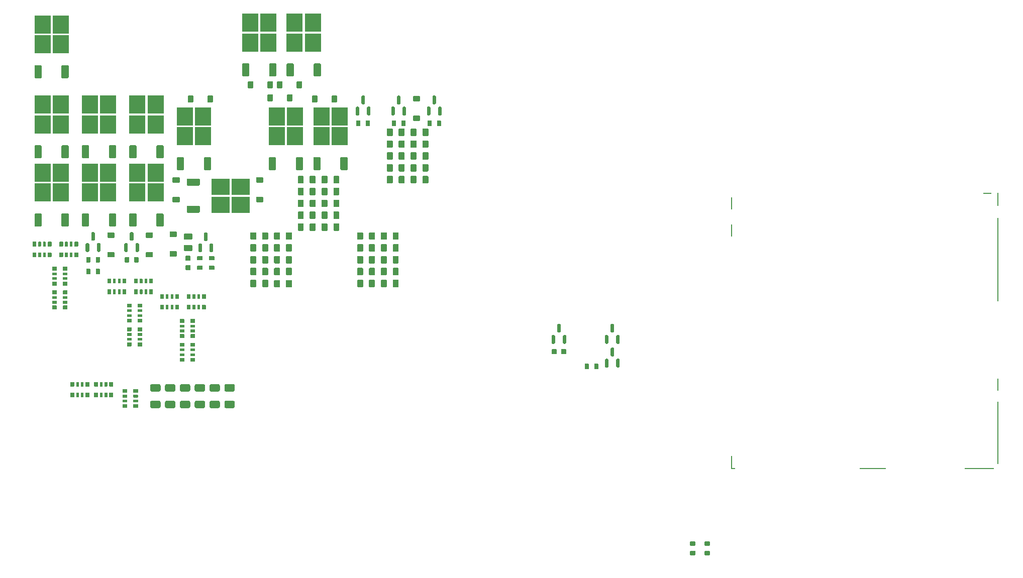
<source format=gbp>
G04 #@! TF.GenerationSoftware,KiCad,Pcbnew,7.0.7-7.0.7~ubuntu22.04.1*
G04 #@! TF.CreationDate,2023-09-08T02:07:21+00:00*
G04 #@! TF.ProjectId,alphax_8ch,616c7068-6178-45f3-9863-682e6b696361,b*
G04 #@! TF.SameCoordinates,PX143caa0PY5f592e0*
G04 #@! TF.FileFunction,Paste,Bot*
G04 #@! TF.FilePolarity,Positive*
%FSLAX46Y46*%
G04 Gerber Fmt 4.6, Leading zero omitted, Abs format (unit mm)*
G04 Created by KiCad (PCBNEW 7.0.7-7.0.7~ubuntu22.04.1) date 2023-09-08 02:07:21*
%MOMM*%
%LPD*%
G01*
G04 APERTURE LIST*
%ADD10R,0.200000X10.600000*%
%ADD11R,0.200000X2.100000*%
%ADD12R,0.200000X14.025000*%
%ADD13R,0.200000X2.300000*%
%ADD14R,1.400000X0.200000*%
%ADD15R,5.000000X0.200000*%
%ADD16R,4.500000X0.200000*%
%ADD17R,0.675000X0.200000*%
%ADD18R,0.200000X2.200000*%
%ADD19R,0.200000X2.025000*%
%ADD20R,0.200000X2.000000*%
%ADD21R,2.750000X3.050000*%
%ADD22R,3.050000X2.750000*%
G04 APERTURE END LIST*
D10*
G04 #@! TO.C,M11*
X163500010Y24255000D03*
D11*
X163500010Y32404990D03*
D12*
X163500010Y53467490D03*
D13*
X163500010Y63629990D03*
D14*
X161700000Y64680000D03*
D15*
X160300010Y18254990D03*
D16*
X142425000Y18254990D03*
D17*
X118837510Y18254990D03*
D18*
X118600010Y19254990D03*
D19*
X118600010Y58367490D03*
D20*
X118600000Y62979990D03*
G04 #@! TD*
G04 #@! TO.C,C25*
G36*
G01*
X41500000Y50955000D02*
X41500000Y52005000D01*
G75*
G02*
X41600000Y52105000I100000J0D01*
G01*
X42400000Y52105000D01*
G75*
G02*
X42500000Y52005000I0J-100000D01*
G01*
X42500000Y50955000D01*
G75*
G02*
X42400000Y50855000I-100000J0D01*
G01*
X41600000Y50855000D01*
G75*
G02*
X41500000Y50955000I0J100000D01*
G01*
G37*
G36*
G01*
X43500000Y50955000D02*
X43500000Y52005000D01*
G75*
G02*
X43600000Y52105000I100000J0D01*
G01*
X44400000Y52105000D01*
G75*
G02*
X44500000Y52005000I0J-100000D01*
G01*
X44500000Y50955000D01*
G75*
G02*
X44400000Y50855000I-100000J0D01*
G01*
X43600000Y50855000D01*
G75*
G02*
X43500000Y50955000I0J100000D01*
G01*
G37*
G04 #@! TD*
G04 #@! TO.C,C6*
G36*
G01*
X49500000Y60455000D02*
X49500000Y61505000D01*
G75*
G02*
X49600000Y61605000I100000J0D01*
G01*
X50400000Y61605000D01*
G75*
G02*
X50500000Y61505000I0J-100000D01*
G01*
X50500000Y60455000D01*
G75*
G02*
X50400000Y60355000I-100000J0D01*
G01*
X49600000Y60355000D01*
G75*
G02*
X49500000Y60455000I0J100000D01*
G01*
G37*
G36*
G01*
X51500000Y60455000D02*
X51500000Y61505000D01*
G75*
G02*
X51600000Y61605000I100000J0D01*
G01*
X52400000Y61605000D01*
G75*
G02*
X52500000Y61505000I0J-100000D01*
G01*
X52500000Y60455000D01*
G75*
G02*
X52400000Y60355000I-100000J0D01*
G01*
X51600000Y60355000D01*
G75*
G02*
X51500000Y60455000I0J100000D01*
G01*
G37*
G04 #@! TD*
G04 #@! TO.C,F10*
G36*
G01*
X33375000Y32505000D02*
X34625000Y32505000D01*
G75*
G02*
X34875000Y32255000I0J-250000D01*
G01*
X34875000Y31505000D01*
G75*
G02*
X34625000Y31255000I-250000J0D01*
G01*
X33375000Y31255000D01*
G75*
G02*
X33125000Y31505000I0J250000D01*
G01*
X33125000Y32255000D01*
G75*
G02*
X33375000Y32505000I250000J0D01*
G01*
G37*
G36*
G01*
X33375000Y29705000D02*
X34625000Y29705000D01*
G75*
G02*
X34875000Y29455000I0J-250000D01*
G01*
X34875000Y28705000D01*
G75*
G02*
X34625000Y28455000I-250000J0D01*
G01*
X33375000Y28455000D01*
G75*
G02*
X33125000Y28705000I0J250000D01*
G01*
X33125000Y29455000D01*
G75*
G02*
X33375000Y29705000I250000J0D01*
G01*
G37*
G04 #@! TD*
G04 #@! TO.C,R1004*
G36*
G01*
X17435000Y38879999D02*
X16765000Y38879999D01*
G75*
G02*
X16700000Y38944999I0J65000D01*
G01*
X16700000Y39464999D01*
G75*
G02*
X16765000Y39529999I65000J0D01*
G01*
X17435000Y39529999D01*
G75*
G02*
X17500000Y39464999I0J-65000D01*
G01*
X17500000Y38944999D01*
G75*
G02*
X17435000Y38879999I-65000J0D01*
G01*
G37*
G36*
G01*
X17455000Y39854999D02*
X16745000Y39854999D01*
G75*
G02*
X16700000Y39899999I0J45000D01*
G01*
X16700000Y40259999D01*
G75*
G02*
X16745000Y40304999I45000J0D01*
G01*
X17455000Y40304999D01*
G75*
G02*
X17500000Y40259999I0J-45000D01*
G01*
X17500000Y39899999D01*
G75*
G02*
X17455000Y39854999I-45000J0D01*
G01*
G37*
G36*
G01*
X17455000Y40654999D02*
X16745000Y40654999D01*
G75*
G02*
X16700000Y40699999I0J45000D01*
G01*
X16700000Y41059999D01*
G75*
G02*
X16745000Y41104999I45000J0D01*
G01*
X17455000Y41104999D01*
G75*
G02*
X17500000Y41059999I0J-45000D01*
G01*
X17500000Y40699999D01*
G75*
G02*
X17455000Y40654999I-45000J0D01*
G01*
G37*
G36*
G01*
X17435000Y41429999D02*
X16765000Y41429999D01*
G75*
G02*
X16700000Y41494999I0J65000D01*
G01*
X16700000Y42014999D01*
G75*
G02*
X16765000Y42079999I65000J0D01*
G01*
X17435000Y42079999D01*
G75*
G02*
X17500000Y42014999I0J-65000D01*
G01*
X17500000Y41494999D01*
G75*
G02*
X17435000Y41429999I-65000J0D01*
G01*
G37*
G36*
G01*
X19235000Y41429999D02*
X18565000Y41429999D01*
G75*
G02*
X18500000Y41494999I0J65000D01*
G01*
X18500000Y42014999D01*
G75*
G02*
X18565000Y42079999I65000J0D01*
G01*
X19235000Y42079999D01*
G75*
G02*
X19300000Y42014999I0J-65000D01*
G01*
X19300000Y41494999D01*
G75*
G02*
X19235000Y41429999I-65000J0D01*
G01*
G37*
G36*
G01*
X19255000Y40654999D02*
X18545000Y40654999D01*
G75*
G02*
X18500000Y40699999I0J45000D01*
G01*
X18500000Y41059999D01*
G75*
G02*
X18545000Y41104999I45000J0D01*
G01*
X19255000Y41104999D01*
G75*
G02*
X19300000Y41059999I0J-45000D01*
G01*
X19300000Y40699999D01*
G75*
G02*
X19255000Y40654999I-45000J0D01*
G01*
G37*
G36*
G01*
X19255000Y39854999D02*
X18545000Y39854999D01*
G75*
G02*
X18500000Y39899999I0J45000D01*
G01*
X18500000Y40259999D01*
G75*
G02*
X18545000Y40304999I45000J0D01*
G01*
X19255000Y40304999D01*
G75*
G02*
X19300000Y40259999I0J-45000D01*
G01*
X19300000Y39899999D01*
G75*
G02*
X19255000Y39854999I-45000J0D01*
G01*
G37*
G36*
G01*
X19235000Y38879999D02*
X18565000Y38879999D01*
G75*
G02*
X18500000Y38944999I0J65000D01*
G01*
X18500000Y39464999D01*
G75*
G02*
X18565000Y39529999I65000J0D01*
G01*
X19235000Y39529999D01*
G75*
G02*
X19300000Y39464999I0J-65000D01*
G01*
X19300000Y38944999D01*
G75*
G02*
X19235000Y38879999I-65000J0D01*
G01*
G37*
G04 #@! TD*
G04 #@! TO.C,C40*
G36*
G01*
X64500000Y72455000D02*
X64500000Y73505000D01*
G75*
G02*
X64600000Y73605000I100000J0D01*
G01*
X65400000Y73605000D01*
G75*
G02*
X65500000Y73505000I0J-100000D01*
G01*
X65500000Y72455000D01*
G75*
G02*
X65400000Y72355000I-100000J0D01*
G01*
X64600000Y72355000D01*
G75*
G02*
X64500000Y72455000I0J100000D01*
G01*
G37*
G36*
G01*
X66500000Y72455000D02*
X66500000Y73505000D01*
G75*
G02*
X66600000Y73605000I100000J0D01*
G01*
X67400000Y73605000D01*
G75*
G02*
X67500000Y73505000I0J-100000D01*
G01*
X67500000Y72455000D01*
G75*
G02*
X67400000Y72355000I-100000J0D01*
G01*
X66600000Y72355000D01*
G75*
G02*
X66500000Y72455000I0J100000D01*
G01*
G37*
G04 #@! TD*
D21*
G04 #@! TO.C,Q37*
X41975000Y74305000D03*
X45025000Y74305000D03*
X41975000Y77655000D03*
X45025000Y77655000D03*
G36*
G01*
X46260000Y68580000D02*
X45300000Y68580000D01*
G75*
G02*
X45180000Y68700000I0J120000D01*
G01*
X45180000Y70660000D01*
G75*
G02*
X45300000Y70780000I120000J0D01*
G01*
X46260000Y70780000D01*
G75*
G02*
X46380000Y70660000I0J-120000D01*
G01*
X46380000Y68700000D01*
G75*
G02*
X46260000Y68580000I-120000J0D01*
G01*
G37*
G36*
G01*
X41700000Y68580000D02*
X40740000Y68580000D01*
G75*
G02*
X40620000Y68700000I0J120000D01*
G01*
X40620000Y70660000D01*
G75*
G02*
X40740000Y70780000I120000J0D01*
G01*
X41700000Y70780000D01*
G75*
G02*
X41820000Y70660000I0J-120000D01*
G01*
X41820000Y68700000D01*
G75*
G02*
X41700000Y68580000I-120000J0D01*
G01*
G37*
G04 #@! TD*
G04 #@! TO.C,F14*
G36*
G01*
X28375000Y32505000D02*
X29625000Y32505000D01*
G75*
G02*
X29875000Y32255000I0J-250000D01*
G01*
X29875000Y31505000D01*
G75*
G02*
X29625000Y31255000I-250000J0D01*
G01*
X28375000Y31255000D01*
G75*
G02*
X28125000Y31505000I0J250000D01*
G01*
X28125000Y32255000D01*
G75*
G02*
X28375000Y32505000I250000J0D01*
G01*
G37*
G36*
G01*
X28375000Y29705000D02*
X29625000Y29705000D01*
G75*
G02*
X29875000Y29455000I0J-250000D01*
G01*
X29875000Y28705000D01*
G75*
G02*
X29625000Y28455000I-250000J0D01*
G01*
X28375000Y28455000D01*
G75*
G02*
X28125000Y28705000I0J250000D01*
G01*
X28125000Y29455000D01*
G75*
G02*
X28375000Y29705000I250000J0D01*
G01*
G37*
G04 #@! TD*
G04 #@! TO.C,R21*
G36*
G01*
X112440954Y3666682D02*
X111660954Y3666682D01*
G75*
G02*
X111590954Y3736682I0J70000D01*
G01*
X111590954Y4296682D01*
G75*
G02*
X111660954Y4366682I70000J0D01*
G01*
X112440954Y4366682D01*
G75*
G02*
X112510954Y4296682I0J-70000D01*
G01*
X112510954Y3736682D01*
G75*
G02*
X112440954Y3666682I-70000J0D01*
G01*
G37*
G36*
G01*
X112440954Y5266682D02*
X111660954Y5266682D01*
G75*
G02*
X111590954Y5336682I0J70000D01*
G01*
X111590954Y5896682D01*
G75*
G02*
X111660954Y5966682I70000J0D01*
G01*
X112440954Y5966682D01*
G75*
G02*
X112510954Y5896682I0J-70000D01*
G01*
X112510954Y5336682D01*
G75*
G02*
X112440954Y5266682I-70000J0D01*
G01*
G37*
G04 #@! TD*
G04 #@! TO.C,Q30*
X26475000Y74305000D03*
X29525000Y74305000D03*
X26475000Y77655000D03*
X29525000Y77655000D03*
G36*
G01*
X30760000Y68580000D02*
X29800000Y68580000D01*
G75*
G02*
X29680000Y68700000I0J120000D01*
G01*
X29680000Y70660000D01*
G75*
G02*
X29800000Y70780000I120000J0D01*
G01*
X30760000Y70780000D01*
G75*
G02*
X30880000Y70660000I0J-120000D01*
G01*
X30880000Y68700000D01*
G75*
G02*
X30760000Y68580000I-120000J0D01*
G01*
G37*
G36*
G01*
X26200000Y68580000D02*
X25240000Y68580000D01*
G75*
G02*
X25120000Y68700000I0J120000D01*
G01*
X25120000Y70660000D01*
G75*
G02*
X25240000Y70780000I120000J0D01*
G01*
X26200000Y70780000D01*
G75*
G02*
X26320000Y70660000I0J-120000D01*
G01*
X26320000Y68700000D01*
G75*
G02*
X26200000Y68580000I-120000J0D01*
G01*
G37*
G04 #@! TD*
G04 #@! TO.C,D79*
G36*
G01*
X90600000Y39305000D02*
X90300000Y39305000D01*
G75*
G02*
X90150000Y39455000I0J150000D01*
G01*
X90150000Y40630000D01*
G75*
G02*
X90300000Y40780000I150000J0D01*
G01*
X90600000Y40780000D01*
G75*
G02*
X90750000Y40630000I0J-150000D01*
G01*
X90750000Y39455000D01*
G75*
G02*
X90600000Y39305000I-150000J0D01*
G01*
G37*
G36*
G01*
X88700000Y39305000D02*
X88400000Y39305000D01*
G75*
G02*
X88250000Y39455000I0J150000D01*
G01*
X88250000Y40630000D01*
G75*
G02*
X88400000Y40780000I150000J0D01*
G01*
X88700000Y40780000D01*
G75*
G02*
X88850000Y40630000I0J-150000D01*
G01*
X88850000Y39455000D01*
G75*
G02*
X88700000Y39305000I-150000J0D01*
G01*
G37*
G36*
G01*
X89650000Y41180000D02*
X89350000Y41180000D01*
G75*
G02*
X89200000Y41330000I0J150000D01*
G01*
X89200000Y42505000D01*
G75*
G02*
X89350000Y42655000I150000J0D01*
G01*
X89650000Y42655000D01*
G75*
G02*
X89800000Y42505000I0J-150000D01*
G01*
X89800000Y41330000D01*
G75*
G02*
X89650000Y41180000I-150000J0D01*
G01*
G37*
G04 #@! TD*
G04 #@! TO.C,D87*
G36*
G01*
X25010000Y54030001D02*
X23990000Y54030001D01*
G75*
G02*
X23900000Y54120001I0J90000D01*
G01*
X23900000Y54840001D01*
G75*
G02*
X23990000Y54930001I90000J0D01*
G01*
X25010000Y54930001D01*
G75*
G02*
X25100000Y54840001I0J-90000D01*
G01*
X25100000Y54120001D01*
G75*
G02*
X25010000Y54030001I-90000J0D01*
G01*
G37*
G36*
G01*
X25010000Y57330001D02*
X23990000Y57330001D01*
G75*
G02*
X23900000Y57420001I0J90000D01*
G01*
X23900000Y58140001D01*
G75*
G02*
X23990000Y58230001I90000J0D01*
G01*
X25010000Y58230001D01*
G75*
G02*
X25100000Y58140001I0J-90000D01*
G01*
X25100000Y57420001D01*
G75*
G02*
X25010000Y57330001I-90000J0D01*
G01*
G37*
G04 #@! TD*
G04 #@! TO.C,D84*
G36*
G01*
X64990000Y81080000D02*
X66010000Y81080000D01*
G75*
G02*
X66100000Y80990000I0J-90000D01*
G01*
X66100000Y80270000D01*
G75*
G02*
X66010000Y80180000I-90000J0D01*
G01*
X64990000Y80180000D01*
G75*
G02*
X64900000Y80270000I0J90000D01*
G01*
X64900000Y80990000D01*
G75*
G02*
X64990000Y81080000I90000J0D01*
G01*
G37*
G36*
G01*
X64990000Y77780000D02*
X66010000Y77780000D01*
G75*
G02*
X66100000Y77690000I0J-90000D01*
G01*
X66100000Y76970000D01*
G75*
G02*
X66010000Y76880000I-90000J0D01*
G01*
X64990000Y76880000D01*
G75*
G02*
X64900000Y76970000I0J90000D01*
G01*
X64900000Y77690000D01*
G75*
G02*
X64990000Y77780000I90000J0D01*
G01*
G37*
G04 #@! TD*
G04 #@! TO.C,Q8*
G36*
G01*
X69600000Y77805000D02*
X69300000Y77805000D01*
G75*
G02*
X69150000Y77955000I0J150000D01*
G01*
X69150000Y79130000D01*
G75*
G02*
X69300000Y79280000I150000J0D01*
G01*
X69600000Y79280000D01*
G75*
G02*
X69750000Y79130000I0J-150000D01*
G01*
X69750000Y77955000D01*
G75*
G02*
X69600000Y77805000I-150000J0D01*
G01*
G37*
G36*
G01*
X68650000Y79680000D02*
X68350000Y79680000D01*
G75*
G02*
X68200000Y79830000I0J150000D01*
G01*
X68200000Y81005000D01*
G75*
G02*
X68350000Y81155000I150000J0D01*
G01*
X68650000Y81155000D01*
G75*
G02*
X68800000Y81005000I0J-150000D01*
G01*
X68800000Y79830000D01*
G75*
G02*
X68650000Y79680000I-150000J0D01*
G01*
G37*
G36*
G01*
X67700000Y77805000D02*
X67400000Y77805000D01*
G75*
G02*
X67250000Y77955000I0J150000D01*
G01*
X67250000Y79130000D01*
G75*
G02*
X67400000Y79280000I150000J0D01*
G01*
X67700000Y79280000D01*
G75*
G02*
X67850000Y79130000I0J-150000D01*
G01*
X67850000Y77955000D01*
G75*
G02*
X67700000Y77805000I-150000J0D01*
G01*
G37*
G04 #@! TD*
G04 #@! TO.C,F16*
G36*
G01*
X20875000Y32505000D02*
X22125000Y32505000D01*
G75*
G02*
X22375000Y32255000I0J-250000D01*
G01*
X22375000Y31505000D01*
G75*
G02*
X22125000Y31255000I-250000J0D01*
G01*
X20875000Y31255000D01*
G75*
G02*
X20625000Y31505000I0J250000D01*
G01*
X20625000Y32255000D01*
G75*
G02*
X20875000Y32505000I250000J0D01*
G01*
G37*
G36*
G01*
X20875000Y29705000D02*
X22125000Y29705000D01*
G75*
G02*
X22375000Y29455000I0J-250000D01*
G01*
X22375000Y28705000D01*
G75*
G02*
X22125000Y28455000I-250000J0D01*
G01*
X20875000Y28455000D01*
G75*
G02*
X20625000Y28705000I0J250000D01*
G01*
X20625000Y29455000D01*
G75*
G02*
X20875000Y29705000I250000J0D01*
G01*
G37*
G04 #@! TD*
G04 #@! TO.C,D90*
G36*
G01*
X21010000Y53880000D02*
X19990000Y53880000D01*
G75*
G02*
X19900000Y53970000I0J90000D01*
G01*
X19900000Y54690000D01*
G75*
G02*
X19990000Y54780000I90000J0D01*
G01*
X21010000Y54780000D01*
G75*
G02*
X21100000Y54690000I0J-90000D01*
G01*
X21100000Y53970000D01*
G75*
G02*
X21010000Y53880000I-90000J0D01*
G01*
G37*
G36*
G01*
X21010000Y57180000D02*
X19990000Y57180000D01*
G75*
G02*
X19900000Y57270000I0J90000D01*
G01*
X19900000Y57990000D01*
G75*
G02*
X19990000Y58080000I90000J0D01*
G01*
X21010000Y58080000D01*
G75*
G02*
X21100000Y57990000I0J-90000D01*
G01*
X21100000Y57270000D01*
G75*
G02*
X21010000Y57180000I-90000J0D01*
G01*
G37*
G04 #@! TD*
G04 #@! TO.C,D101*
G36*
G01*
X47900000Y80070000D02*
X47900000Y81090000D01*
G75*
G02*
X47990000Y81180000I90000J0D01*
G01*
X48710000Y81180000D01*
G75*
G02*
X48800000Y81090000I0J-90000D01*
G01*
X48800000Y80070000D01*
G75*
G02*
X48710000Y79980000I-90000J0D01*
G01*
X47990000Y79980000D01*
G75*
G02*
X47900000Y80070000I0J90000D01*
G01*
G37*
G36*
G01*
X51200000Y80070000D02*
X51200000Y81090000D01*
G75*
G02*
X51290000Y81180000I90000J0D01*
G01*
X52010000Y81180000D01*
G75*
G02*
X52100000Y81090000I0J-90000D01*
G01*
X52100000Y80070000D01*
G75*
G02*
X52010000Y79980000I-90000J0D01*
G01*
X51290000Y79980000D01*
G75*
G02*
X51200000Y80070000I0J90000D01*
G01*
G37*
G04 #@! TD*
G04 #@! TO.C,C53*
G36*
G01*
X59500000Y54955000D02*
X59500000Y56005000D01*
G75*
G02*
X59600000Y56105000I100000J0D01*
G01*
X60400000Y56105000D01*
G75*
G02*
X60500000Y56005000I0J-100000D01*
G01*
X60500000Y54955000D01*
G75*
G02*
X60400000Y54855000I-100000J0D01*
G01*
X59600000Y54855000D01*
G75*
G02*
X59500000Y54955000I0J100000D01*
G01*
G37*
G36*
G01*
X61500000Y54955000D02*
X61500000Y56005000D01*
G75*
G02*
X61600000Y56105000I100000J0D01*
G01*
X62400000Y56105000D01*
G75*
G02*
X62500000Y56005000I0J-100000D01*
G01*
X62500000Y54955000D01*
G75*
G02*
X62400000Y54855000I-100000J0D01*
G01*
X61600000Y54855000D01*
G75*
G02*
X61500000Y54955000I0J100000D01*
G01*
G37*
G04 #@! TD*
G04 #@! TO.C,F8*
G36*
G01*
X30875000Y32505000D02*
X32125000Y32505000D01*
G75*
G02*
X32375000Y32255000I0J-250000D01*
G01*
X32375000Y31505000D01*
G75*
G02*
X32125000Y31255000I-250000J0D01*
G01*
X30875000Y31255000D01*
G75*
G02*
X30625000Y31505000I0J250000D01*
G01*
X30625000Y32255000D01*
G75*
G02*
X30875000Y32505000I250000J0D01*
G01*
G37*
G36*
G01*
X30875000Y29705000D02*
X32125000Y29705000D01*
G75*
G02*
X32375000Y29455000I0J-250000D01*
G01*
X32375000Y28705000D01*
G75*
G02*
X32125000Y28455000I-250000J0D01*
G01*
X30875000Y28455000D01*
G75*
G02*
X30625000Y28705000I0J250000D01*
G01*
X30625000Y29455000D01*
G75*
G02*
X30875000Y29705000I250000J0D01*
G01*
G37*
G04 #@! TD*
G04 #@! TO.C,F13*
G36*
G01*
X25875000Y32505000D02*
X27125000Y32505000D01*
G75*
G02*
X27375000Y32255000I0J-250000D01*
G01*
X27375000Y31505000D01*
G75*
G02*
X27125000Y31255000I-250000J0D01*
G01*
X25875000Y31255000D01*
G75*
G02*
X25625000Y31505000I0J250000D01*
G01*
X25625000Y32255000D01*
G75*
G02*
X25875000Y32505000I250000J0D01*
G01*
G37*
G36*
G01*
X25875000Y29705000D02*
X27125000Y29705000D01*
G75*
G02*
X27375000Y29455000I0J-250000D01*
G01*
X27375000Y28705000D01*
G75*
G02*
X27125000Y28455000I-250000J0D01*
G01*
X25875000Y28455000D01*
G75*
G02*
X25625000Y28705000I0J250000D01*
G01*
X25625000Y29455000D01*
G75*
G02*
X25875000Y29705000I250000J0D01*
G01*
G37*
G04 #@! TD*
G04 #@! TO.C,C10*
G36*
G01*
X48500000Y61505000D02*
X48500000Y60455000D01*
G75*
G02*
X48400000Y60355000I-100000J0D01*
G01*
X47600000Y60355000D01*
G75*
G02*
X47500000Y60455000I0J100000D01*
G01*
X47500000Y61505000D01*
G75*
G02*
X47600000Y61605000I100000J0D01*
G01*
X48400000Y61605000D01*
G75*
G02*
X48500000Y61505000I0J-100000D01*
G01*
G37*
G36*
G01*
X46500000Y61505000D02*
X46500000Y60455000D01*
G75*
G02*
X46400000Y60355000I-100000J0D01*
G01*
X45600000Y60355000D01*
G75*
G02*
X45500000Y60455000I0J100000D01*
G01*
X45500000Y61505000D01*
G75*
G02*
X45600000Y61605000I100000J0D01*
G01*
X46400000Y61605000D01*
G75*
G02*
X46500000Y61505000I0J-100000D01*
G01*
G37*
G04 #@! TD*
G04 #@! TO.C,Q41*
X18475000Y76305000D03*
X21525000Y76305000D03*
X18475000Y79655000D03*
X21525000Y79655000D03*
G36*
G01*
X22760000Y70580000D02*
X21800000Y70580000D01*
G75*
G02*
X21680000Y70700000I0J120000D01*
G01*
X21680000Y72660000D01*
G75*
G02*
X21800000Y72780000I120000J0D01*
G01*
X22760000Y72780000D01*
G75*
G02*
X22880000Y72660000I0J-120000D01*
G01*
X22880000Y70700000D01*
G75*
G02*
X22760000Y70580000I-120000J0D01*
G01*
G37*
G36*
G01*
X18200000Y70580000D02*
X17240000Y70580000D01*
G75*
G02*
X17120000Y70700000I0J120000D01*
G01*
X17120000Y72660000D01*
G75*
G02*
X17240000Y72780000I120000J0D01*
G01*
X18200000Y72780000D01*
G75*
G02*
X18320000Y72660000I0J-120000D01*
G01*
X18320000Y70700000D01*
G75*
G02*
X18200000Y70580000I-120000J0D01*
G01*
G37*
G04 #@! TD*
G04 #@! TO.C,C9*
G36*
G01*
X49500000Y66455000D02*
X49500000Y67505000D01*
G75*
G02*
X49600000Y67605000I100000J0D01*
G01*
X50400000Y67605000D01*
G75*
G02*
X50500000Y67505000I0J-100000D01*
G01*
X50500000Y66455000D01*
G75*
G02*
X50400000Y66355000I-100000J0D01*
G01*
X49600000Y66355000D01*
G75*
G02*
X49500000Y66455000I0J100000D01*
G01*
G37*
G36*
G01*
X51500000Y66455000D02*
X51500000Y67505000D01*
G75*
G02*
X51600000Y67605000I100000J0D01*
G01*
X52400000Y67605000D01*
G75*
G02*
X52500000Y67505000I0J-100000D01*
G01*
X52500000Y66455000D01*
G75*
G02*
X52400000Y66355000I-100000J0D01*
G01*
X51600000Y66355000D01*
G75*
G02*
X51500000Y66455000I0J100000D01*
G01*
G37*
G04 #@! TD*
G04 #@! TO.C,R19*
G36*
G01*
X96150000Y35870000D02*
X96150000Y35090000D01*
G75*
G02*
X96080000Y35020000I-70000J0D01*
G01*
X95520000Y35020000D01*
G75*
G02*
X95450000Y35090000I0J70000D01*
G01*
X95450000Y35870000D01*
G75*
G02*
X95520000Y35940000I70000J0D01*
G01*
X96080000Y35940000D01*
G75*
G02*
X96150000Y35870000I0J-70000D01*
G01*
G37*
G36*
G01*
X94550000Y35870000D02*
X94550000Y35090000D01*
G75*
G02*
X94480000Y35020000I-70000J0D01*
G01*
X93920000Y35020000D01*
G75*
G02*
X93850000Y35090000I0J70000D01*
G01*
X93850000Y35870000D01*
G75*
G02*
X93920000Y35940000I70000J0D01*
G01*
X94480000Y35940000D01*
G75*
G02*
X94550000Y35870000I0J-70000D01*
G01*
G37*
G04 #@! TD*
G04 #@! TO.C,R61*
G36*
G01*
X29390000Y51780001D02*
X28610000Y51780001D01*
G75*
G02*
X28540000Y51850001I0J70000D01*
G01*
X28540000Y52410001D01*
G75*
G02*
X28610000Y52480001I70000J0D01*
G01*
X29390000Y52480001D01*
G75*
G02*
X29460000Y52410001I0J-70000D01*
G01*
X29460000Y51850001D01*
G75*
G02*
X29390000Y51780001I-70000J0D01*
G01*
G37*
G36*
G01*
X29390000Y53380001D02*
X28610000Y53380001D01*
G75*
G02*
X28540000Y53450001I0J70000D01*
G01*
X28540000Y54010001D01*
G75*
G02*
X28610000Y54080001I70000J0D01*
G01*
X29390000Y54080001D01*
G75*
G02*
X29460000Y54010001I0J-70000D01*
G01*
X29460000Y53450001D01*
G75*
G02*
X29390000Y53380001I-70000J0D01*
G01*
G37*
G04 #@! TD*
G04 #@! TO.C,C13*
G36*
G01*
X48500000Y65505000D02*
X48500000Y64455000D01*
G75*
G02*
X48400000Y64355000I-100000J0D01*
G01*
X47600000Y64355000D01*
G75*
G02*
X47500000Y64455000I0J100000D01*
G01*
X47500000Y65505000D01*
G75*
G02*
X47600000Y65605000I100000J0D01*
G01*
X48400000Y65605000D01*
G75*
G02*
X48500000Y65505000I0J-100000D01*
G01*
G37*
G36*
G01*
X46500000Y65505000D02*
X46500000Y64455000D01*
G75*
G02*
X46400000Y64355000I-100000J0D01*
G01*
X45600000Y64355000D01*
G75*
G02*
X45500000Y64455000I0J100000D01*
G01*
X45500000Y65505000D01*
G75*
G02*
X45600000Y65605000I100000J0D01*
G01*
X46400000Y65605000D01*
G75*
G02*
X46500000Y65505000I0J-100000D01*
G01*
G37*
G04 #@! TD*
G04 #@! TO.C,R62*
G36*
G01*
X31390000Y51780001D02*
X30610000Y51780001D01*
G75*
G02*
X30540000Y51850001I0J70000D01*
G01*
X30540000Y52410001D01*
G75*
G02*
X30610000Y52480001I70000J0D01*
G01*
X31390000Y52480001D01*
G75*
G02*
X31460000Y52410001I0J-70000D01*
G01*
X31460000Y51850001D01*
G75*
G02*
X31390000Y51780001I-70000J0D01*
G01*
G37*
G36*
G01*
X31390000Y53380001D02*
X30610000Y53380001D01*
G75*
G02*
X30540000Y53450001I0J70000D01*
G01*
X30540000Y54010001D01*
G75*
G02*
X30610000Y54080001I70000J0D01*
G01*
X31390000Y54080001D01*
G75*
G02*
X31460000Y54010001I0J-70000D01*
G01*
X31460000Y53450001D01*
G75*
G02*
X31390000Y53380001I-70000J0D01*
G01*
G37*
G04 #@! TD*
G04 #@! TO.C,C8*
G36*
G01*
X49500000Y64455000D02*
X49500000Y65505000D01*
G75*
G02*
X49600000Y65605000I100000J0D01*
G01*
X50400000Y65605000D01*
G75*
G02*
X50500000Y65505000I0J-100000D01*
G01*
X50500000Y64455000D01*
G75*
G02*
X50400000Y64355000I-100000J0D01*
G01*
X49600000Y64355000D01*
G75*
G02*
X49500000Y64455000I0J100000D01*
G01*
G37*
G36*
G01*
X51500000Y64455000D02*
X51500000Y65505000D01*
G75*
G02*
X51600000Y65605000I100000J0D01*
G01*
X52400000Y65605000D01*
G75*
G02*
X52500000Y65505000I0J-100000D01*
G01*
X52500000Y64455000D01*
G75*
G02*
X52400000Y64355000I-100000J0D01*
G01*
X51600000Y64355000D01*
G75*
G02*
X51500000Y64455000I0J100000D01*
G01*
G37*
G04 #@! TD*
G04 #@! TO.C,Q45*
X10475000Y76305000D03*
X13525000Y76305000D03*
X10475000Y79655000D03*
X13525000Y79655000D03*
G36*
G01*
X14760000Y70580000D02*
X13800000Y70580000D01*
G75*
G02*
X13680000Y70700000I0J120000D01*
G01*
X13680000Y72660000D01*
G75*
G02*
X13800000Y72780000I120000J0D01*
G01*
X14760000Y72780000D01*
G75*
G02*
X14880000Y72660000I0J-120000D01*
G01*
X14880000Y70700000D01*
G75*
G02*
X14760000Y70580000I-120000J0D01*
G01*
G37*
G36*
G01*
X10200000Y70580000D02*
X9240000Y70580000D01*
G75*
G02*
X9120000Y70700000I0J120000D01*
G01*
X9120000Y72660000D01*
G75*
G02*
X9240000Y72780000I120000J0D01*
G01*
X10200000Y72780000D01*
G75*
G02*
X10320000Y72660000I0J-120000D01*
G01*
X10320000Y70700000D01*
G75*
G02*
X10200000Y70580000I-120000J0D01*
G01*
G37*
G04 #@! TD*
G04 #@! TO.C,D98*
G36*
G01*
X39585000Y63180000D02*
X38565000Y63180000D01*
G75*
G02*
X38475000Y63270000I0J90000D01*
G01*
X38475000Y63990000D01*
G75*
G02*
X38565000Y64080000I90000J0D01*
G01*
X39585000Y64080000D01*
G75*
G02*
X39675000Y63990000I0J-90000D01*
G01*
X39675000Y63270000D01*
G75*
G02*
X39585000Y63180000I-90000J0D01*
G01*
G37*
G36*
G01*
X39585000Y66480000D02*
X38565000Y66480000D01*
G75*
G02*
X38475000Y66570000I0J90000D01*
G01*
X38475000Y67290000D01*
G75*
G02*
X38565000Y67380000I90000J0D01*
G01*
X39585000Y67380000D01*
G75*
G02*
X39675000Y67290000I0J-90000D01*
G01*
X39675000Y66570000D01*
G75*
G02*
X39585000Y66480000I-90000J0D01*
G01*
G37*
G04 #@! TD*
G04 #@! TO.C,R1001*
G36*
G01*
X5300000Y55770000D02*
X5300000Y56440000D01*
G75*
G02*
X5365000Y56505000I65000J0D01*
G01*
X5885000Y56505000D01*
G75*
G02*
X5950000Y56440000I0J-65000D01*
G01*
X5950000Y55770000D01*
G75*
G02*
X5885000Y55705000I-65000J0D01*
G01*
X5365000Y55705000D01*
G75*
G02*
X5300000Y55770000I0J65000D01*
G01*
G37*
G36*
G01*
X6275000Y55750000D02*
X6275000Y56460000D01*
G75*
G02*
X6320000Y56505000I45000J0D01*
G01*
X6680000Y56505000D01*
G75*
G02*
X6725000Y56460000I0J-45000D01*
G01*
X6725000Y55750000D01*
G75*
G02*
X6680000Y55705000I-45000J0D01*
G01*
X6320000Y55705000D01*
G75*
G02*
X6275000Y55750000I0J45000D01*
G01*
G37*
G36*
G01*
X7075000Y55750000D02*
X7075000Y56460000D01*
G75*
G02*
X7120000Y56505000I45000J0D01*
G01*
X7480000Y56505000D01*
G75*
G02*
X7525000Y56460000I0J-45000D01*
G01*
X7525000Y55750000D01*
G75*
G02*
X7480000Y55705000I-45000J0D01*
G01*
X7120000Y55705000D01*
G75*
G02*
X7075000Y55750000I0J45000D01*
G01*
G37*
G36*
G01*
X7850000Y55770000D02*
X7850000Y56440000D01*
G75*
G02*
X7915000Y56505000I65000J0D01*
G01*
X8435000Y56505000D01*
G75*
G02*
X8500000Y56440000I0J-65000D01*
G01*
X8500000Y55770000D01*
G75*
G02*
X8435000Y55705000I-65000J0D01*
G01*
X7915000Y55705000D01*
G75*
G02*
X7850000Y55770000I0J65000D01*
G01*
G37*
G36*
G01*
X7850000Y53970000D02*
X7850000Y54640000D01*
G75*
G02*
X7915000Y54705000I65000J0D01*
G01*
X8435000Y54705000D01*
G75*
G02*
X8500000Y54640000I0J-65000D01*
G01*
X8500000Y53970000D01*
G75*
G02*
X8435000Y53905000I-65000J0D01*
G01*
X7915000Y53905000D01*
G75*
G02*
X7850000Y53970000I0J65000D01*
G01*
G37*
G36*
G01*
X7075000Y53950000D02*
X7075000Y54660000D01*
G75*
G02*
X7120000Y54705000I45000J0D01*
G01*
X7480000Y54705000D01*
G75*
G02*
X7525000Y54660000I0J-45000D01*
G01*
X7525000Y53950000D01*
G75*
G02*
X7480000Y53905000I-45000J0D01*
G01*
X7120000Y53905000D01*
G75*
G02*
X7075000Y53950000I0J45000D01*
G01*
G37*
G36*
G01*
X6275000Y53950000D02*
X6275000Y54660000D01*
G75*
G02*
X6320000Y54705000I45000J0D01*
G01*
X6680000Y54705000D01*
G75*
G02*
X6725000Y54660000I0J-45000D01*
G01*
X6725000Y53950000D01*
G75*
G02*
X6680000Y53905000I-45000J0D01*
G01*
X6320000Y53905000D01*
G75*
G02*
X6275000Y53950000I0J45000D01*
G01*
G37*
G36*
G01*
X5300000Y53970000D02*
X5300000Y54640000D01*
G75*
G02*
X5365000Y54705000I65000J0D01*
G01*
X5885000Y54705000D01*
G75*
G02*
X5950000Y54640000I0J-65000D01*
G01*
X5950000Y53970000D01*
G75*
G02*
X5885000Y53905000I-65000J0D01*
G01*
X5365000Y53905000D01*
G75*
G02*
X5300000Y53970000I0J65000D01*
G01*
G37*
G04 #@! TD*
G04 #@! TO.C,Q49*
X2475000Y76305000D03*
X5525000Y76305000D03*
X2475000Y79655000D03*
X5525000Y79655000D03*
G36*
G01*
X6760000Y70580000D02*
X5800000Y70580000D01*
G75*
G02*
X5680000Y70700000I0J120000D01*
G01*
X5680000Y72660000D01*
G75*
G02*
X5800000Y72780000I120000J0D01*
G01*
X6760000Y72780000D01*
G75*
G02*
X6880000Y72660000I0J-120000D01*
G01*
X6880000Y70700000D01*
G75*
G02*
X6760000Y70580000I-120000J0D01*
G01*
G37*
G36*
G01*
X2200000Y70580000D02*
X1240000Y70580000D01*
G75*
G02*
X1120000Y70700000I0J120000D01*
G01*
X1120000Y72660000D01*
G75*
G02*
X1240000Y72780000I120000J0D01*
G01*
X2200000Y72780000D01*
G75*
G02*
X2320000Y72660000I0J-120000D01*
G01*
X2320000Y70700000D01*
G75*
G02*
X2200000Y70580000I-120000J0D01*
G01*
G37*
G04 #@! TD*
G04 #@! TO.C,R67*
G36*
G01*
X12150000Y53870000D02*
X12150000Y53090000D01*
G75*
G02*
X12080000Y53020000I-70000J0D01*
G01*
X11520000Y53020000D01*
G75*
G02*
X11450000Y53090000I0J70000D01*
G01*
X11450000Y53870000D01*
G75*
G02*
X11520000Y53940000I70000J0D01*
G01*
X12080000Y53940000D01*
G75*
G02*
X12150000Y53870000I0J-70000D01*
G01*
G37*
G36*
G01*
X10550000Y53870000D02*
X10550000Y53090000D01*
G75*
G02*
X10480000Y53020000I-70000J0D01*
G01*
X9920000Y53020000D01*
G75*
G02*
X9850000Y53090000I0J70000D01*
G01*
X9850000Y53870000D01*
G75*
G02*
X9920000Y53940000I70000J0D01*
G01*
X10480000Y53940000D01*
G75*
G02*
X10550000Y53870000I0J-70000D01*
G01*
G37*
G04 #@! TD*
G04 #@! TO.C,D92*
G36*
G01*
X14510000Y53880000D02*
X13490000Y53880000D01*
G75*
G02*
X13400000Y53970000I0J90000D01*
G01*
X13400000Y54690000D01*
G75*
G02*
X13490000Y54780000I90000J0D01*
G01*
X14510000Y54780000D01*
G75*
G02*
X14600000Y54690000I0J-90000D01*
G01*
X14600000Y53970000D01*
G75*
G02*
X14510000Y53880000I-90000J0D01*
G01*
G37*
G36*
G01*
X14510000Y57180000D02*
X13490000Y57180000D01*
G75*
G02*
X13400000Y57270000I0J90000D01*
G01*
X13400000Y57990000D01*
G75*
G02*
X13490000Y58080000I90000J0D01*
G01*
X14510000Y58080000D01*
G75*
G02*
X14600000Y57990000I0J-90000D01*
G01*
X14600000Y57270000D01*
G75*
G02*
X14510000Y57180000I-90000J0D01*
G01*
G37*
G04 #@! TD*
G04 #@! TO.C,Q43*
X10475000Y64805000D03*
X13525000Y64805000D03*
X10475000Y68155000D03*
X13525000Y68155000D03*
G36*
G01*
X14760000Y59080000D02*
X13800000Y59080000D01*
G75*
G02*
X13680000Y59200000I0J120000D01*
G01*
X13680000Y61160000D01*
G75*
G02*
X13800000Y61280000I120000J0D01*
G01*
X14760000Y61280000D01*
G75*
G02*
X14880000Y61160000I0J-120000D01*
G01*
X14880000Y59200000D01*
G75*
G02*
X14760000Y59080000I-120000J0D01*
G01*
G37*
G36*
G01*
X10200000Y59080000D02*
X9240000Y59080000D01*
G75*
G02*
X9120000Y59200000I0J120000D01*
G01*
X9120000Y61160000D01*
G75*
G02*
X9240000Y61280000I120000J0D01*
G01*
X10200000Y61280000D01*
G75*
G02*
X10320000Y61160000I0J-120000D01*
G01*
X10320000Y59200000D01*
G75*
G02*
X10200000Y59080000I-120000J0D01*
G01*
G37*
G04 #@! TD*
G04 #@! TO.C,C32*
G36*
G01*
X63500000Y71505000D02*
X63500000Y70455000D01*
G75*
G02*
X63400000Y70355000I-100000J0D01*
G01*
X62600000Y70355000D01*
G75*
G02*
X62500000Y70455000I0J100000D01*
G01*
X62500000Y71505000D01*
G75*
G02*
X62600000Y71605000I100000J0D01*
G01*
X63400000Y71605000D01*
G75*
G02*
X63500000Y71505000I0J-100000D01*
G01*
G37*
G36*
G01*
X61500000Y71505000D02*
X61500000Y70455000D01*
G75*
G02*
X61400000Y70355000I-100000J0D01*
G01*
X60600000Y70355000D01*
G75*
G02*
X60500000Y70455000I0J100000D01*
G01*
X60500000Y71505000D01*
G75*
G02*
X60600000Y71605000I100000J0D01*
G01*
X61400000Y71605000D01*
G75*
G02*
X61500000Y71505000I0J-100000D01*
G01*
G37*
G04 #@! TD*
G04 #@! TO.C,C50*
G36*
G01*
X58500000Y56005000D02*
X58500000Y54955000D01*
G75*
G02*
X58400000Y54855000I-100000J0D01*
G01*
X57600000Y54855000D01*
G75*
G02*
X57500000Y54955000I0J100000D01*
G01*
X57500000Y56005000D01*
G75*
G02*
X57600000Y56105000I100000J0D01*
G01*
X58400000Y56105000D01*
G75*
G02*
X58500000Y56005000I0J-100000D01*
G01*
G37*
G36*
G01*
X56500000Y56005000D02*
X56500000Y54955000D01*
G75*
G02*
X56400000Y54855000I-100000J0D01*
G01*
X55600000Y54855000D01*
G75*
G02*
X55500000Y54955000I0J100000D01*
G01*
X55500000Y56005000D01*
G75*
G02*
X55600000Y56105000I100000J0D01*
G01*
X56400000Y56105000D01*
G75*
G02*
X56500000Y56005000I0J-100000D01*
G01*
G37*
G04 #@! TD*
G04 #@! TO.C,R99*
G36*
G01*
X17900000Y49544999D02*
X17900000Y50214999D01*
G75*
G02*
X17965000Y50279999I65000J0D01*
G01*
X18485000Y50279999D01*
G75*
G02*
X18550000Y50214999I0J-65000D01*
G01*
X18550000Y49544999D01*
G75*
G02*
X18485000Y49479999I-65000J0D01*
G01*
X17965000Y49479999D01*
G75*
G02*
X17900000Y49544999I0J65000D01*
G01*
G37*
G36*
G01*
X18875000Y49524999D02*
X18875000Y50234999D01*
G75*
G02*
X18920000Y50279999I45000J0D01*
G01*
X19280000Y50279999D01*
G75*
G02*
X19325000Y50234999I0J-45000D01*
G01*
X19325000Y49524999D01*
G75*
G02*
X19280000Y49479999I-45000J0D01*
G01*
X18920000Y49479999D01*
G75*
G02*
X18875000Y49524999I0J45000D01*
G01*
G37*
G36*
G01*
X19675000Y49524999D02*
X19675000Y50234999D01*
G75*
G02*
X19720000Y50279999I45000J0D01*
G01*
X20080000Y50279999D01*
G75*
G02*
X20125000Y50234999I0J-45000D01*
G01*
X20125000Y49524999D01*
G75*
G02*
X20080000Y49479999I-45000J0D01*
G01*
X19720000Y49479999D01*
G75*
G02*
X19675000Y49524999I0J45000D01*
G01*
G37*
G36*
G01*
X20450000Y49544999D02*
X20450000Y50214999D01*
G75*
G02*
X20515000Y50279999I65000J0D01*
G01*
X21035000Y50279999D01*
G75*
G02*
X21100000Y50214999I0J-65000D01*
G01*
X21100000Y49544999D01*
G75*
G02*
X21035000Y49479999I-65000J0D01*
G01*
X20515000Y49479999D01*
G75*
G02*
X20450000Y49544999I0J65000D01*
G01*
G37*
G36*
G01*
X20450000Y47744999D02*
X20450000Y48414999D01*
G75*
G02*
X20515000Y48479999I65000J0D01*
G01*
X21035000Y48479999D01*
G75*
G02*
X21100000Y48414999I0J-65000D01*
G01*
X21100000Y47744999D01*
G75*
G02*
X21035000Y47679999I-65000J0D01*
G01*
X20515000Y47679999D01*
G75*
G02*
X20450000Y47744999I0J65000D01*
G01*
G37*
G36*
G01*
X19675000Y47724999D02*
X19675000Y48434999D01*
G75*
G02*
X19720000Y48479999I45000J0D01*
G01*
X20080000Y48479999D01*
G75*
G02*
X20125000Y48434999I0J-45000D01*
G01*
X20125000Y47724999D01*
G75*
G02*
X20080000Y47679999I-45000J0D01*
G01*
X19720000Y47679999D01*
G75*
G02*
X19675000Y47724999I0J45000D01*
G01*
G37*
G36*
G01*
X18875000Y47724999D02*
X18875000Y48434999D01*
G75*
G02*
X18920000Y48479999I45000J0D01*
G01*
X19280000Y48479999D01*
G75*
G02*
X19325000Y48434999I0J-45000D01*
G01*
X19325000Y47724999D01*
G75*
G02*
X19280000Y47679999I-45000J0D01*
G01*
X18920000Y47679999D01*
G75*
G02*
X18875000Y47724999I0J45000D01*
G01*
G37*
G36*
G01*
X17900000Y47744999D02*
X17900000Y48414999D01*
G75*
G02*
X17965000Y48479999I65000J0D01*
G01*
X18485000Y48479999D01*
G75*
G02*
X18550000Y48414999I0J-65000D01*
G01*
X18550000Y47744999D01*
G75*
G02*
X18485000Y47679999I-65000J0D01*
G01*
X17965000Y47679999D01*
G75*
G02*
X17900000Y47744999I0J65000D01*
G01*
G37*
G04 #@! TD*
G04 #@! TO.C,R1005*
G36*
G01*
X4835000Y45105000D02*
X4165000Y45105000D01*
G75*
G02*
X4100000Y45170000I0J65000D01*
G01*
X4100000Y45690000D01*
G75*
G02*
X4165000Y45755000I65000J0D01*
G01*
X4835000Y45755000D01*
G75*
G02*
X4900000Y45690000I0J-65000D01*
G01*
X4900000Y45170000D01*
G75*
G02*
X4835000Y45105000I-65000J0D01*
G01*
G37*
G36*
G01*
X4855000Y46080000D02*
X4145000Y46080000D01*
G75*
G02*
X4100000Y46125000I0J45000D01*
G01*
X4100000Y46485000D01*
G75*
G02*
X4145000Y46530000I45000J0D01*
G01*
X4855000Y46530000D01*
G75*
G02*
X4900000Y46485000I0J-45000D01*
G01*
X4900000Y46125000D01*
G75*
G02*
X4855000Y46080000I-45000J0D01*
G01*
G37*
G36*
G01*
X4855000Y46880000D02*
X4145000Y46880000D01*
G75*
G02*
X4100000Y46925000I0J45000D01*
G01*
X4100000Y47285000D01*
G75*
G02*
X4145000Y47330000I45000J0D01*
G01*
X4855000Y47330000D01*
G75*
G02*
X4900000Y47285000I0J-45000D01*
G01*
X4900000Y46925000D01*
G75*
G02*
X4855000Y46880000I-45000J0D01*
G01*
G37*
G36*
G01*
X4835000Y47655000D02*
X4165000Y47655000D01*
G75*
G02*
X4100000Y47720000I0J65000D01*
G01*
X4100000Y48240000D01*
G75*
G02*
X4165000Y48305000I65000J0D01*
G01*
X4835000Y48305000D01*
G75*
G02*
X4900000Y48240000I0J-65000D01*
G01*
X4900000Y47720000D01*
G75*
G02*
X4835000Y47655000I-65000J0D01*
G01*
G37*
G36*
G01*
X6635000Y47655000D02*
X5965000Y47655000D01*
G75*
G02*
X5900000Y47720000I0J65000D01*
G01*
X5900000Y48240000D01*
G75*
G02*
X5965000Y48305000I65000J0D01*
G01*
X6635000Y48305000D01*
G75*
G02*
X6700000Y48240000I0J-65000D01*
G01*
X6700000Y47720000D01*
G75*
G02*
X6635000Y47655000I-65000J0D01*
G01*
G37*
G36*
G01*
X6655000Y46880000D02*
X5945000Y46880000D01*
G75*
G02*
X5900000Y46925000I0J45000D01*
G01*
X5900000Y47285000D01*
G75*
G02*
X5945000Y47330000I45000J0D01*
G01*
X6655000Y47330000D01*
G75*
G02*
X6700000Y47285000I0J-45000D01*
G01*
X6700000Y46925000D01*
G75*
G02*
X6655000Y46880000I-45000J0D01*
G01*
G37*
G36*
G01*
X6655000Y46080000D02*
X5945000Y46080000D01*
G75*
G02*
X5900000Y46125000I0J45000D01*
G01*
X5900000Y46485000D01*
G75*
G02*
X5945000Y46530000I45000J0D01*
G01*
X6655000Y46530000D01*
G75*
G02*
X6700000Y46485000I0J-45000D01*
G01*
X6700000Y46125000D01*
G75*
G02*
X6655000Y46080000I-45000J0D01*
G01*
G37*
G36*
G01*
X6635000Y45105000D02*
X5965000Y45105000D01*
G75*
G02*
X5900000Y45170000I0J65000D01*
G01*
X5900000Y45690000D01*
G75*
G02*
X5965000Y45755000I65000J0D01*
G01*
X6635000Y45755000D01*
G75*
G02*
X6700000Y45690000I0J-65000D01*
G01*
X6700000Y45170000D01*
G75*
G02*
X6635000Y45105000I-65000J0D01*
G01*
G37*
G04 #@! TD*
G04 #@! TO.C,C19*
G36*
G01*
X40500000Y54005000D02*
X40500000Y52955000D01*
G75*
G02*
X40400000Y52855000I-100000J0D01*
G01*
X39600000Y52855000D01*
G75*
G02*
X39500000Y52955000I0J100000D01*
G01*
X39500000Y54005000D01*
G75*
G02*
X39600000Y54105000I100000J0D01*
G01*
X40400000Y54105000D01*
G75*
G02*
X40500000Y54005000I0J-100000D01*
G01*
G37*
G36*
G01*
X38500000Y54005000D02*
X38500000Y52955000D01*
G75*
G02*
X38400000Y52855000I-100000J0D01*
G01*
X37600000Y52855000D01*
G75*
G02*
X37500000Y52955000I0J100000D01*
G01*
X37500000Y54005000D01*
G75*
G02*
X37600000Y54105000I100000J0D01*
G01*
X38400000Y54105000D01*
G75*
G02*
X38500000Y54005000I0J-100000D01*
G01*
G37*
G04 #@! TD*
G04 #@! TO.C,C15*
G36*
G01*
X48500000Y67505000D02*
X48500000Y66455000D01*
G75*
G02*
X48400000Y66355000I-100000J0D01*
G01*
X47600000Y66355000D01*
G75*
G02*
X47500000Y66455000I0J100000D01*
G01*
X47500000Y67505000D01*
G75*
G02*
X47600000Y67605000I100000J0D01*
G01*
X48400000Y67605000D01*
G75*
G02*
X48500000Y67505000I0J-100000D01*
G01*
G37*
G36*
G01*
X46500000Y67505000D02*
X46500000Y66455000D01*
G75*
G02*
X46400000Y66355000I-100000J0D01*
G01*
X45600000Y66355000D01*
G75*
G02*
X45500000Y66455000I0J100000D01*
G01*
X45500000Y67505000D01*
G75*
G02*
X45600000Y67605000I100000J0D01*
G01*
X46400000Y67605000D01*
G75*
G02*
X46500000Y67505000I0J-100000D01*
G01*
G37*
G04 #@! TD*
G04 #@! TO.C,Q10*
G36*
G01*
X57600000Y77805000D02*
X57300000Y77805000D01*
G75*
G02*
X57150000Y77955000I0J150000D01*
G01*
X57150000Y79130000D01*
G75*
G02*
X57300000Y79280000I150000J0D01*
G01*
X57600000Y79280000D01*
G75*
G02*
X57750000Y79130000I0J-150000D01*
G01*
X57750000Y77955000D01*
G75*
G02*
X57600000Y77805000I-150000J0D01*
G01*
G37*
G36*
G01*
X56650000Y79680000D02*
X56350000Y79680000D01*
G75*
G02*
X56200000Y79830000I0J150000D01*
G01*
X56200000Y81005000D01*
G75*
G02*
X56350000Y81155000I150000J0D01*
G01*
X56650000Y81155000D01*
G75*
G02*
X56800000Y81005000I0J-150000D01*
G01*
X56800000Y79830000D01*
G75*
G02*
X56650000Y79680000I-150000J0D01*
G01*
G37*
G36*
G01*
X55700000Y77805000D02*
X55400000Y77805000D01*
G75*
G02*
X55250000Y77955000I0J150000D01*
G01*
X55250000Y79130000D01*
G75*
G02*
X55400000Y79280000I150000J0D01*
G01*
X55700000Y79280000D01*
G75*
G02*
X55850000Y79130000I0J-150000D01*
G01*
X55850000Y77955000D01*
G75*
G02*
X55700000Y77805000I-150000J0D01*
G01*
G37*
G04 #@! TD*
G04 #@! TO.C,Q9*
G36*
G01*
X63600000Y77805000D02*
X63300000Y77805000D01*
G75*
G02*
X63150000Y77955000I0J150000D01*
G01*
X63150000Y79130000D01*
G75*
G02*
X63300000Y79280000I150000J0D01*
G01*
X63600000Y79280000D01*
G75*
G02*
X63750000Y79130000I0J-150000D01*
G01*
X63750000Y77955000D01*
G75*
G02*
X63600000Y77805000I-150000J0D01*
G01*
G37*
G36*
G01*
X62650000Y79680000D02*
X62350000Y79680000D01*
G75*
G02*
X62200000Y79830000I0J150000D01*
G01*
X62200000Y81005000D01*
G75*
G02*
X62350000Y81155000I150000J0D01*
G01*
X62650000Y81155000D01*
G75*
G02*
X62800000Y81005000I0J-150000D01*
G01*
X62800000Y79830000D01*
G75*
G02*
X62650000Y79680000I-150000J0D01*
G01*
G37*
G36*
G01*
X61700000Y77805000D02*
X61400000Y77805000D01*
G75*
G02*
X61250000Y77955000I0J150000D01*
G01*
X61250000Y79130000D01*
G75*
G02*
X61400000Y79280000I150000J0D01*
G01*
X61700000Y79280000D01*
G75*
G02*
X61850000Y79130000I0J-150000D01*
G01*
X61850000Y77955000D01*
G75*
G02*
X61700000Y77805000I-150000J0D01*
G01*
G37*
G04 #@! TD*
G04 #@! TO.C,D78*
G36*
G01*
X99600000Y39305000D02*
X99300000Y39305000D01*
G75*
G02*
X99150000Y39455000I0J150000D01*
G01*
X99150000Y40630000D01*
G75*
G02*
X99300000Y40780000I150000J0D01*
G01*
X99600000Y40780000D01*
G75*
G02*
X99750000Y40630000I0J-150000D01*
G01*
X99750000Y39455000D01*
G75*
G02*
X99600000Y39305000I-150000J0D01*
G01*
G37*
G36*
G01*
X97700000Y39305000D02*
X97400000Y39305000D01*
G75*
G02*
X97250000Y39455000I0J150000D01*
G01*
X97250000Y40630000D01*
G75*
G02*
X97400000Y40780000I150000J0D01*
G01*
X97700000Y40780000D01*
G75*
G02*
X97850000Y40630000I0J-150000D01*
G01*
X97850000Y39455000D01*
G75*
G02*
X97700000Y39305000I-150000J0D01*
G01*
G37*
G36*
G01*
X98650000Y41180000D02*
X98350000Y41180000D01*
G75*
G02*
X98200000Y41330000I0J150000D01*
G01*
X98200000Y42505000D01*
G75*
G02*
X98350000Y42655000I150000J0D01*
G01*
X98650000Y42655000D01*
G75*
G02*
X98800000Y42505000I0J-150000D01*
G01*
X98800000Y41330000D01*
G75*
G02*
X98650000Y41180000I-150000J0D01*
G01*
G37*
G04 #@! TD*
G04 #@! TO.C,R97*
G36*
G01*
X25500000Y45815000D02*
X25500000Y45145000D01*
G75*
G02*
X25435000Y45080000I-65000J0D01*
G01*
X24915000Y45080000D01*
G75*
G02*
X24850000Y45145000I0J65000D01*
G01*
X24850000Y45815000D01*
G75*
G02*
X24915000Y45880000I65000J0D01*
G01*
X25435000Y45880000D01*
G75*
G02*
X25500000Y45815000I0J-65000D01*
G01*
G37*
G36*
G01*
X24525000Y45835000D02*
X24525000Y45125000D01*
G75*
G02*
X24480000Y45080000I-45000J0D01*
G01*
X24120000Y45080000D01*
G75*
G02*
X24075000Y45125000I0J45000D01*
G01*
X24075000Y45835000D01*
G75*
G02*
X24120000Y45880000I45000J0D01*
G01*
X24480000Y45880000D01*
G75*
G02*
X24525000Y45835000I0J-45000D01*
G01*
G37*
G36*
G01*
X23725000Y45835000D02*
X23725000Y45125000D01*
G75*
G02*
X23680000Y45080000I-45000J0D01*
G01*
X23320000Y45080000D01*
G75*
G02*
X23275000Y45125000I0J45000D01*
G01*
X23275000Y45835000D01*
G75*
G02*
X23320000Y45880000I45000J0D01*
G01*
X23680000Y45880000D01*
G75*
G02*
X23725000Y45835000I0J-45000D01*
G01*
G37*
G36*
G01*
X22950000Y45815000D02*
X22950000Y45145000D01*
G75*
G02*
X22885000Y45080000I-65000J0D01*
G01*
X22365000Y45080000D01*
G75*
G02*
X22300000Y45145000I0J65000D01*
G01*
X22300000Y45815000D01*
G75*
G02*
X22365000Y45880000I65000J0D01*
G01*
X22885000Y45880000D01*
G75*
G02*
X22950000Y45815000I0J-65000D01*
G01*
G37*
G36*
G01*
X22950000Y47615000D02*
X22950000Y46945000D01*
G75*
G02*
X22885000Y46880000I-65000J0D01*
G01*
X22365000Y46880000D01*
G75*
G02*
X22300000Y46945000I0J65000D01*
G01*
X22300000Y47615000D01*
G75*
G02*
X22365000Y47680000I65000J0D01*
G01*
X22885000Y47680000D01*
G75*
G02*
X22950000Y47615000I0J-65000D01*
G01*
G37*
G36*
G01*
X23725000Y47635000D02*
X23725000Y46925000D01*
G75*
G02*
X23680000Y46880000I-45000J0D01*
G01*
X23320000Y46880000D01*
G75*
G02*
X23275000Y46925000I0J45000D01*
G01*
X23275000Y47635000D01*
G75*
G02*
X23320000Y47680000I45000J0D01*
G01*
X23680000Y47680000D01*
G75*
G02*
X23725000Y47635000I0J-45000D01*
G01*
G37*
G36*
G01*
X24525000Y47635000D02*
X24525000Y46925000D01*
G75*
G02*
X24480000Y46880000I-45000J0D01*
G01*
X24120000Y46880000D01*
G75*
G02*
X24075000Y46925000I0J45000D01*
G01*
X24075000Y47635000D01*
G75*
G02*
X24120000Y47680000I45000J0D01*
G01*
X24480000Y47680000D01*
G75*
G02*
X24525000Y47635000I0J-45000D01*
G01*
G37*
G36*
G01*
X25500000Y47615000D02*
X25500000Y46945000D01*
G75*
G02*
X25435000Y46880000I-65000J0D01*
G01*
X24915000Y46880000D01*
G75*
G02*
X24850000Y46945000I0J65000D01*
G01*
X24850000Y47615000D01*
G75*
G02*
X24915000Y47680000I65000J0D01*
G01*
X25435000Y47680000D01*
G75*
G02*
X25500000Y47615000I0J-65000D01*
G01*
G37*
G04 #@! TD*
G04 #@! TO.C,Q35*
X49475000Y74305000D03*
X52525000Y74305000D03*
X49475000Y77655000D03*
X52525000Y77655000D03*
G36*
G01*
X53760000Y68580000D02*
X52800000Y68580000D01*
G75*
G02*
X52680000Y68700000I0J120000D01*
G01*
X52680000Y70660000D01*
G75*
G02*
X52800000Y70780000I120000J0D01*
G01*
X53760000Y70780000D01*
G75*
G02*
X53880000Y70660000I0J-120000D01*
G01*
X53880000Y68700000D01*
G75*
G02*
X53760000Y68580000I-120000J0D01*
G01*
G37*
G36*
G01*
X49200000Y68580000D02*
X48240000Y68580000D01*
G75*
G02*
X48120000Y68700000I0J120000D01*
G01*
X48120000Y70660000D01*
G75*
G02*
X48240000Y70780000I120000J0D01*
G01*
X49200000Y70780000D01*
G75*
G02*
X49320000Y70660000I0J-120000D01*
G01*
X49320000Y68700000D01*
G75*
G02*
X49200000Y68580000I-120000J0D01*
G01*
G37*
G04 #@! TD*
G04 #@! TO.C,Q21*
G36*
G01*
X31100000Y54755001D02*
X30800000Y54755001D01*
G75*
G02*
X30650000Y54905001I0J150000D01*
G01*
X30650000Y56080001D01*
G75*
G02*
X30800000Y56230001I150000J0D01*
G01*
X31100000Y56230001D01*
G75*
G02*
X31250000Y56080001I0J-150000D01*
G01*
X31250000Y54905001D01*
G75*
G02*
X31100000Y54755001I-150000J0D01*
G01*
G37*
G36*
G01*
X30150000Y56630001D02*
X29850000Y56630001D01*
G75*
G02*
X29700000Y56780001I0J150000D01*
G01*
X29700000Y57955001D01*
G75*
G02*
X29850000Y58105001I150000J0D01*
G01*
X30150000Y58105001D01*
G75*
G02*
X30300000Y57955001I0J-150000D01*
G01*
X30300000Y56780001D01*
G75*
G02*
X30150000Y56630001I-150000J0D01*
G01*
G37*
G36*
G01*
X29200000Y54755001D02*
X28900000Y54755001D01*
G75*
G02*
X28750000Y54905001I0J150000D01*
G01*
X28750000Y56080001D01*
G75*
G02*
X28900000Y56230001I150000J0D01*
G01*
X29200000Y56230001D01*
G75*
G02*
X29350000Y56080001I0J-150000D01*
G01*
X29350000Y54905001D01*
G75*
G02*
X29200000Y54755001I-150000J0D01*
G01*
G37*
G04 #@! TD*
G04 #@! TO.C,R1003*
G36*
G01*
X7175000Y32145000D02*
X7175000Y32815000D01*
G75*
G02*
X7240000Y32880000I65000J0D01*
G01*
X7760000Y32880000D01*
G75*
G02*
X7825000Y32815000I0J-65000D01*
G01*
X7825000Y32145000D01*
G75*
G02*
X7760000Y32080000I-65000J0D01*
G01*
X7240000Y32080000D01*
G75*
G02*
X7175000Y32145000I0J65000D01*
G01*
G37*
G36*
G01*
X8150000Y32125000D02*
X8150000Y32835000D01*
G75*
G02*
X8195000Y32880000I45000J0D01*
G01*
X8555000Y32880000D01*
G75*
G02*
X8600000Y32835000I0J-45000D01*
G01*
X8600000Y32125000D01*
G75*
G02*
X8555000Y32080000I-45000J0D01*
G01*
X8195000Y32080000D01*
G75*
G02*
X8150000Y32125000I0J45000D01*
G01*
G37*
G36*
G01*
X8950000Y32125000D02*
X8950000Y32835000D01*
G75*
G02*
X8995000Y32880000I45000J0D01*
G01*
X9355000Y32880000D01*
G75*
G02*
X9400000Y32835000I0J-45000D01*
G01*
X9400000Y32125000D01*
G75*
G02*
X9355000Y32080000I-45000J0D01*
G01*
X8995000Y32080000D01*
G75*
G02*
X8950000Y32125000I0J45000D01*
G01*
G37*
G36*
G01*
X9725000Y32145000D02*
X9725000Y32815000D01*
G75*
G02*
X9790000Y32880000I65000J0D01*
G01*
X10310000Y32880000D01*
G75*
G02*
X10375000Y32815000I0J-65000D01*
G01*
X10375000Y32145000D01*
G75*
G02*
X10310000Y32080000I-65000J0D01*
G01*
X9790000Y32080000D01*
G75*
G02*
X9725000Y32145000I0J65000D01*
G01*
G37*
G36*
G01*
X9725000Y30345000D02*
X9725000Y31015000D01*
G75*
G02*
X9790000Y31080000I65000J0D01*
G01*
X10310000Y31080000D01*
G75*
G02*
X10375000Y31015000I0J-65000D01*
G01*
X10375000Y30345000D01*
G75*
G02*
X10310000Y30280000I-65000J0D01*
G01*
X9790000Y30280000D01*
G75*
G02*
X9725000Y30345000I0J65000D01*
G01*
G37*
G36*
G01*
X8950000Y30325000D02*
X8950000Y31035000D01*
G75*
G02*
X8995000Y31080000I45000J0D01*
G01*
X9355000Y31080000D01*
G75*
G02*
X9400000Y31035000I0J-45000D01*
G01*
X9400000Y30325000D01*
G75*
G02*
X9355000Y30280000I-45000J0D01*
G01*
X8995000Y30280000D01*
G75*
G02*
X8950000Y30325000I0J45000D01*
G01*
G37*
G36*
G01*
X8150000Y30325000D02*
X8150000Y31035000D01*
G75*
G02*
X8195000Y31080000I45000J0D01*
G01*
X8555000Y31080000D01*
G75*
G02*
X8600000Y31035000I0J-45000D01*
G01*
X8600000Y30325000D01*
G75*
G02*
X8555000Y30280000I-45000J0D01*
G01*
X8195000Y30280000D01*
G75*
G02*
X8150000Y30325000I0J45000D01*
G01*
G37*
G36*
G01*
X7175000Y30345000D02*
X7175000Y31015000D01*
G75*
G02*
X7240000Y31080000I65000J0D01*
G01*
X7760000Y31080000D01*
G75*
G02*
X7825000Y31015000I0J-65000D01*
G01*
X7825000Y30345000D01*
G75*
G02*
X7760000Y30280000I-65000J0D01*
G01*
X7240000Y30280000D01*
G75*
G02*
X7175000Y30345000I0J65000D01*
G01*
G37*
G04 #@! TD*
G04 #@! TO.C,C51*
G36*
G01*
X58500000Y58005000D02*
X58500000Y56955000D01*
G75*
G02*
X58400000Y56855000I-100000J0D01*
G01*
X57600000Y56855000D01*
G75*
G02*
X57500000Y56955000I0J100000D01*
G01*
X57500000Y58005000D01*
G75*
G02*
X57600000Y58105000I100000J0D01*
G01*
X58400000Y58105000D01*
G75*
G02*
X58500000Y58005000I0J-100000D01*
G01*
G37*
G36*
G01*
X56500000Y58005000D02*
X56500000Y56955000D01*
G75*
G02*
X56400000Y56855000I-100000J0D01*
G01*
X55600000Y56855000D01*
G75*
G02*
X55500000Y56955000I0J100000D01*
G01*
X55500000Y58005000D01*
G75*
G02*
X55600000Y58105000I100000J0D01*
G01*
X56400000Y58105000D01*
G75*
G02*
X56500000Y58005000I0J-100000D01*
G01*
G37*
G04 #@! TD*
D22*
G04 #@! TO.C,Q32*
X32500000Y65805000D03*
X32500000Y62755000D03*
X35850000Y65805000D03*
X35850000Y62755000D03*
G36*
G01*
X26775000Y61520000D02*
X26775000Y62480000D01*
G75*
G02*
X26895000Y62600000I120000J0D01*
G01*
X28855000Y62600000D01*
G75*
G02*
X28975000Y62480000I0J-120000D01*
G01*
X28975000Y61520000D01*
G75*
G02*
X28855000Y61400000I-120000J0D01*
G01*
X26895000Y61400000D01*
G75*
G02*
X26775000Y61520000I0J120000D01*
G01*
G37*
G36*
G01*
X26775000Y66080000D02*
X26775000Y67040000D01*
G75*
G02*
X26895000Y67160000I120000J0D01*
G01*
X28855000Y67160000D01*
G75*
G02*
X28975000Y67040000I0J-120000D01*
G01*
X28975000Y66080000D01*
G75*
G02*
X28855000Y65960000I-120000J0D01*
G01*
X26895000Y65960000D01*
G75*
G02*
X26775000Y66080000I0J120000D01*
G01*
G37*
G04 #@! TD*
G04 #@! TO.C,C23*
G36*
G01*
X40500000Y56005000D02*
X40500000Y54955000D01*
G75*
G02*
X40400000Y54855000I-100000J0D01*
G01*
X39600000Y54855000D01*
G75*
G02*
X39500000Y54955000I0J100000D01*
G01*
X39500000Y56005000D01*
G75*
G02*
X39600000Y56105000I100000J0D01*
G01*
X40400000Y56105000D01*
G75*
G02*
X40500000Y56005000I0J-100000D01*
G01*
G37*
G36*
G01*
X38500000Y56005000D02*
X38500000Y54955000D01*
G75*
G02*
X38400000Y54855000I-100000J0D01*
G01*
X37600000Y54855000D01*
G75*
G02*
X37500000Y54955000I0J100000D01*
G01*
X37500000Y56005000D01*
G75*
G02*
X37600000Y56105000I100000J0D01*
G01*
X38400000Y56105000D01*
G75*
G02*
X38500000Y56005000I0J-100000D01*
G01*
G37*
G04 #@! TD*
G04 #@! TO.C,C33*
G36*
G01*
X64500000Y70455000D02*
X64500000Y71505000D01*
G75*
G02*
X64600000Y71605000I100000J0D01*
G01*
X65400000Y71605000D01*
G75*
G02*
X65500000Y71505000I0J-100000D01*
G01*
X65500000Y70455000D01*
G75*
G02*
X65400000Y70355000I-100000J0D01*
G01*
X64600000Y70355000D01*
G75*
G02*
X64500000Y70455000I0J100000D01*
G01*
G37*
G36*
G01*
X66500000Y70455000D02*
X66500000Y71505000D01*
G75*
G02*
X66600000Y71605000I100000J0D01*
G01*
X67400000Y71605000D01*
G75*
G02*
X67500000Y71505000I0J-100000D01*
G01*
X67500000Y70455000D01*
G75*
G02*
X67400000Y70355000I-100000J0D01*
G01*
X66600000Y70355000D01*
G75*
G02*
X66500000Y70455000I0J100000D01*
G01*
G37*
G04 #@! TD*
G04 #@! TO.C,C35*
G36*
G01*
X63500000Y69505000D02*
X63500000Y68455000D01*
G75*
G02*
X63400000Y68355000I-100000J0D01*
G01*
X62600000Y68355000D01*
G75*
G02*
X62500000Y68455000I0J100000D01*
G01*
X62500000Y69505000D01*
G75*
G02*
X62600000Y69605000I100000J0D01*
G01*
X63400000Y69605000D01*
G75*
G02*
X63500000Y69505000I0J-100000D01*
G01*
G37*
G36*
G01*
X61500000Y69505000D02*
X61500000Y68455000D01*
G75*
G02*
X61400000Y68355000I-100000J0D01*
G01*
X60600000Y68355000D01*
G75*
G02*
X60500000Y68455000I0J100000D01*
G01*
X60500000Y69505000D01*
G75*
G02*
X60600000Y69605000I100000J0D01*
G01*
X61400000Y69605000D01*
G75*
G02*
X61500000Y69505000I0J-100000D01*
G01*
G37*
G04 #@! TD*
G04 #@! TO.C,R68*
G36*
G01*
X9850000Y51090000D02*
X9850000Y51870000D01*
G75*
G02*
X9920000Y51940000I70000J0D01*
G01*
X10480000Y51940000D01*
G75*
G02*
X10550000Y51870000I0J-70000D01*
G01*
X10550000Y51090000D01*
G75*
G02*
X10480000Y51020000I-70000J0D01*
G01*
X9920000Y51020000D01*
G75*
G02*
X9850000Y51090000I0J70000D01*
G01*
G37*
G36*
G01*
X11450000Y51090000D02*
X11450000Y51870000D01*
G75*
G02*
X11520000Y51940000I70000J0D01*
G01*
X12080000Y51940000D01*
G75*
G02*
X12150000Y51870000I0J-70000D01*
G01*
X12150000Y51090000D01*
G75*
G02*
X12080000Y51020000I-70000J0D01*
G01*
X11520000Y51020000D01*
G75*
G02*
X11450000Y51090000I0J70000D01*
G01*
G37*
G04 #@! TD*
G04 #@! TO.C,R1009*
G36*
G01*
X4835000Y49105000D02*
X4165000Y49105000D01*
G75*
G02*
X4100000Y49170000I0J65000D01*
G01*
X4100000Y49690000D01*
G75*
G02*
X4165000Y49755000I65000J0D01*
G01*
X4835000Y49755000D01*
G75*
G02*
X4900000Y49690000I0J-65000D01*
G01*
X4900000Y49170000D01*
G75*
G02*
X4835000Y49105000I-65000J0D01*
G01*
G37*
G36*
G01*
X4855000Y50080000D02*
X4145000Y50080000D01*
G75*
G02*
X4100000Y50125000I0J45000D01*
G01*
X4100000Y50485000D01*
G75*
G02*
X4145000Y50530000I45000J0D01*
G01*
X4855000Y50530000D01*
G75*
G02*
X4900000Y50485000I0J-45000D01*
G01*
X4900000Y50125000D01*
G75*
G02*
X4855000Y50080000I-45000J0D01*
G01*
G37*
G36*
G01*
X4855000Y50880000D02*
X4145000Y50880000D01*
G75*
G02*
X4100000Y50925000I0J45000D01*
G01*
X4100000Y51285000D01*
G75*
G02*
X4145000Y51330000I45000J0D01*
G01*
X4855000Y51330000D01*
G75*
G02*
X4900000Y51285000I0J-45000D01*
G01*
X4900000Y50925000D01*
G75*
G02*
X4855000Y50880000I-45000J0D01*
G01*
G37*
G36*
G01*
X4835000Y51655000D02*
X4165000Y51655000D01*
G75*
G02*
X4100000Y51720000I0J65000D01*
G01*
X4100000Y52240000D01*
G75*
G02*
X4165000Y52305000I65000J0D01*
G01*
X4835000Y52305000D01*
G75*
G02*
X4900000Y52240000I0J-65000D01*
G01*
X4900000Y51720000D01*
G75*
G02*
X4835000Y51655000I-65000J0D01*
G01*
G37*
G36*
G01*
X6635000Y51655000D02*
X5965000Y51655000D01*
G75*
G02*
X5900000Y51720000I0J65000D01*
G01*
X5900000Y52240000D01*
G75*
G02*
X5965000Y52305000I65000J0D01*
G01*
X6635000Y52305000D01*
G75*
G02*
X6700000Y52240000I0J-65000D01*
G01*
X6700000Y51720000D01*
G75*
G02*
X6635000Y51655000I-65000J0D01*
G01*
G37*
G36*
G01*
X6655000Y50880000D02*
X5945000Y50880000D01*
G75*
G02*
X5900000Y50925000I0J45000D01*
G01*
X5900000Y51285000D01*
G75*
G02*
X5945000Y51330000I45000J0D01*
G01*
X6655000Y51330000D01*
G75*
G02*
X6700000Y51285000I0J-45000D01*
G01*
X6700000Y50925000D01*
G75*
G02*
X6655000Y50880000I-45000J0D01*
G01*
G37*
G36*
G01*
X6655000Y50080000D02*
X5945000Y50080000D01*
G75*
G02*
X5900000Y50125000I0J45000D01*
G01*
X5900000Y50485000D01*
G75*
G02*
X5945000Y50530000I45000J0D01*
G01*
X6655000Y50530000D01*
G75*
G02*
X6700000Y50485000I0J-45000D01*
G01*
X6700000Y50125000D01*
G75*
G02*
X6655000Y50080000I-45000J0D01*
G01*
G37*
G36*
G01*
X6635000Y49105000D02*
X5965000Y49105000D01*
G75*
G02*
X5900000Y49170000I0J65000D01*
G01*
X5900000Y49690000D01*
G75*
G02*
X5965000Y49755000I65000J0D01*
G01*
X6635000Y49755000D01*
G75*
G02*
X6700000Y49690000I0J-65000D01*
G01*
X6700000Y49170000D01*
G75*
G02*
X6635000Y49105000I-65000J0D01*
G01*
G37*
G04 #@! TD*
G04 #@! TO.C,Q3*
G36*
G01*
X99600000Y35305000D02*
X99300000Y35305000D01*
G75*
G02*
X99150000Y35455000I0J150000D01*
G01*
X99150000Y36630000D01*
G75*
G02*
X99300000Y36780000I150000J0D01*
G01*
X99600000Y36780000D01*
G75*
G02*
X99750000Y36630000I0J-150000D01*
G01*
X99750000Y35455000D01*
G75*
G02*
X99600000Y35305000I-150000J0D01*
G01*
G37*
G36*
G01*
X98650000Y37180000D02*
X98350000Y37180000D01*
G75*
G02*
X98200000Y37330000I0J150000D01*
G01*
X98200000Y38505000D01*
G75*
G02*
X98350000Y38655000I150000J0D01*
G01*
X98650000Y38655000D01*
G75*
G02*
X98800000Y38505000I0J-150000D01*
G01*
X98800000Y37330000D01*
G75*
G02*
X98650000Y37180000I-150000J0D01*
G01*
G37*
G36*
G01*
X97700000Y35305000D02*
X97400000Y35305000D01*
G75*
G02*
X97250000Y35455000I0J150000D01*
G01*
X97250000Y36630000D01*
G75*
G02*
X97400000Y36780000I150000J0D01*
G01*
X97700000Y36780000D01*
G75*
G02*
X97850000Y36630000I0J-150000D01*
G01*
X97850000Y35455000D01*
G75*
G02*
X97700000Y35305000I-150000J0D01*
G01*
G37*
G04 #@! TD*
G04 #@! TO.C,C27*
G36*
G01*
X41500000Y56955000D02*
X41500000Y58005000D01*
G75*
G02*
X41600000Y58105000I100000J0D01*
G01*
X42400000Y58105000D01*
G75*
G02*
X42500000Y58005000I0J-100000D01*
G01*
X42500000Y56955000D01*
G75*
G02*
X42400000Y56855000I-100000J0D01*
G01*
X41600000Y56855000D01*
G75*
G02*
X41500000Y56955000I0J100000D01*
G01*
G37*
G36*
G01*
X43500000Y56955000D02*
X43500000Y58005000D01*
G75*
G02*
X43600000Y58105000I100000J0D01*
G01*
X44400000Y58105000D01*
G75*
G02*
X44500000Y58005000I0J-100000D01*
G01*
X44500000Y56955000D01*
G75*
G02*
X44400000Y56855000I-100000J0D01*
G01*
X43600000Y56855000D01*
G75*
G02*
X43500000Y56955000I0J100000D01*
G01*
G37*
G04 #@! TD*
G04 #@! TO.C,R95*
G36*
G01*
X13400000Y49544999D02*
X13400000Y50214999D01*
G75*
G02*
X13465000Y50279999I65000J0D01*
G01*
X13985000Y50279999D01*
G75*
G02*
X14050000Y50214999I0J-65000D01*
G01*
X14050000Y49544999D01*
G75*
G02*
X13985000Y49479999I-65000J0D01*
G01*
X13465000Y49479999D01*
G75*
G02*
X13400000Y49544999I0J65000D01*
G01*
G37*
G36*
G01*
X14375000Y49524999D02*
X14375000Y50234999D01*
G75*
G02*
X14420000Y50279999I45000J0D01*
G01*
X14780000Y50279999D01*
G75*
G02*
X14825000Y50234999I0J-45000D01*
G01*
X14825000Y49524999D01*
G75*
G02*
X14780000Y49479999I-45000J0D01*
G01*
X14420000Y49479999D01*
G75*
G02*
X14375000Y49524999I0J45000D01*
G01*
G37*
G36*
G01*
X15175000Y49524999D02*
X15175000Y50234999D01*
G75*
G02*
X15220000Y50279999I45000J0D01*
G01*
X15580000Y50279999D01*
G75*
G02*
X15625000Y50234999I0J-45000D01*
G01*
X15625000Y49524999D01*
G75*
G02*
X15580000Y49479999I-45000J0D01*
G01*
X15220000Y49479999D01*
G75*
G02*
X15175000Y49524999I0J45000D01*
G01*
G37*
G36*
G01*
X15950000Y49544999D02*
X15950000Y50214999D01*
G75*
G02*
X16015000Y50279999I65000J0D01*
G01*
X16535000Y50279999D01*
G75*
G02*
X16600000Y50214999I0J-65000D01*
G01*
X16600000Y49544999D01*
G75*
G02*
X16535000Y49479999I-65000J0D01*
G01*
X16015000Y49479999D01*
G75*
G02*
X15950000Y49544999I0J65000D01*
G01*
G37*
G36*
G01*
X15950000Y47744999D02*
X15950000Y48414999D01*
G75*
G02*
X16015000Y48479999I65000J0D01*
G01*
X16535000Y48479999D01*
G75*
G02*
X16600000Y48414999I0J-65000D01*
G01*
X16600000Y47744999D01*
G75*
G02*
X16535000Y47679999I-65000J0D01*
G01*
X16015000Y47679999D01*
G75*
G02*
X15950000Y47744999I0J65000D01*
G01*
G37*
G36*
G01*
X15175000Y47724999D02*
X15175000Y48434999D01*
G75*
G02*
X15220000Y48479999I45000J0D01*
G01*
X15580000Y48479999D01*
G75*
G02*
X15625000Y48434999I0J-45000D01*
G01*
X15625000Y47724999D01*
G75*
G02*
X15580000Y47679999I-45000J0D01*
G01*
X15220000Y47679999D01*
G75*
G02*
X15175000Y47724999I0J45000D01*
G01*
G37*
G36*
G01*
X14375000Y47724999D02*
X14375000Y48434999D01*
G75*
G02*
X14420000Y48479999I45000J0D01*
G01*
X14780000Y48479999D01*
G75*
G02*
X14825000Y48434999I0J-45000D01*
G01*
X14825000Y47724999D01*
G75*
G02*
X14780000Y47679999I-45000J0D01*
G01*
X14420000Y47679999D01*
G75*
G02*
X14375000Y47724999I0J45000D01*
G01*
G37*
G36*
G01*
X13400000Y47744999D02*
X13400000Y48414999D01*
G75*
G02*
X13465000Y48479999I65000J0D01*
G01*
X13985000Y48479999D01*
G75*
G02*
X14050000Y48414999I0J-65000D01*
G01*
X14050000Y47744999D01*
G75*
G02*
X13985000Y47679999I-65000J0D01*
G01*
X13465000Y47679999D01*
G75*
G02*
X13400000Y47744999I0J65000D01*
G01*
G37*
G04 #@! TD*
G04 #@! TO.C,R1002*
G36*
G01*
X26800000Y46945000D02*
X26800000Y47615000D01*
G75*
G02*
X26865000Y47680000I65000J0D01*
G01*
X27385000Y47680000D01*
G75*
G02*
X27450000Y47615000I0J-65000D01*
G01*
X27450000Y46945000D01*
G75*
G02*
X27385000Y46880000I-65000J0D01*
G01*
X26865000Y46880000D01*
G75*
G02*
X26800000Y46945000I0J65000D01*
G01*
G37*
G36*
G01*
X27775000Y46925000D02*
X27775000Y47635000D01*
G75*
G02*
X27820000Y47680000I45000J0D01*
G01*
X28180000Y47680000D01*
G75*
G02*
X28225000Y47635000I0J-45000D01*
G01*
X28225000Y46925000D01*
G75*
G02*
X28180000Y46880000I-45000J0D01*
G01*
X27820000Y46880000D01*
G75*
G02*
X27775000Y46925000I0J45000D01*
G01*
G37*
G36*
G01*
X28575000Y46925000D02*
X28575000Y47635000D01*
G75*
G02*
X28620000Y47680000I45000J0D01*
G01*
X28980000Y47680000D01*
G75*
G02*
X29025000Y47635000I0J-45000D01*
G01*
X29025000Y46925000D01*
G75*
G02*
X28980000Y46880000I-45000J0D01*
G01*
X28620000Y46880000D01*
G75*
G02*
X28575000Y46925000I0J45000D01*
G01*
G37*
G36*
G01*
X29350000Y46945000D02*
X29350000Y47615000D01*
G75*
G02*
X29415000Y47680000I65000J0D01*
G01*
X29935000Y47680000D01*
G75*
G02*
X30000000Y47615000I0J-65000D01*
G01*
X30000000Y46945000D01*
G75*
G02*
X29935000Y46880000I-65000J0D01*
G01*
X29415000Y46880000D01*
G75*
G02*
X29350000Y46945000I0J65000D01*
G01*
G37*
G36*
G01*
X29350000Y45145000D02*
X29350000Y45815000D01*
G75*
G02*
X29415000Y45880000I65000J0D01*
G01*
X29935000Y45880000D01*
G75*
G02*
X30000000Y45815000I0J-65000D01*
G01*
X30000000Y45145000D01*
G75*
G02*
X29935000Y45080000I-65000J0D01*
G01*
X29415000Y45080000D01*
G75*
G02*
X29350000Y45145000I0J65000D01*
G01*
G37*
G36*
G01*
X28575000Y45125000D02*
X28575000Y45835000D01*
G75*
G02*
X28620000Y45880000I45000J0D01*
G01*
X28980000Y45880000D01*
G75*
G02*
X29025000Y45835000I0J-45000D01*
G01*
X29025000Y45125000D01*
G75*
G02*
X28980000Y45080000I-45000J0D01*
G01*
X28620000Y45080000D01*
G75*
G02*
X28575000Y45125000I0J45000D01*
G01*
G37*
G36*
G01*
X27775000Y45125000D02*
X27775000Y45835000D01*
G75*
G02*
X27820000Y45880000I45000J0D01*
G01*
X28180000Y45880000D01*
G75*
G02*
X28225000Y45835000I0J-45000D01*
G01*
X28225000Y45125000D01*
G75*
G02*
X28180000Y45080000I-45000J0D01*
G01*
X27820000Y45080000D01*
G75*
G02*
X27775000Y45125000I0J45000D01*
G01*
G37*
G36*
G01*
X26800000Y45145000D02*
X26800000Y45815000D01*
G75*
G02*
X26865000Y45880000I65000J0D01*
G01*
X27385000Y45880000D01*
G75*
G02*
X27450000Y45815000I0J-65000D01*
G01*
X27450000Y45145000D01*
G75*
G02*
X27385000Y45080000I-65000J0D01*
G01*
X26865000Y45080000D01*
G75*
G02*
X26800000Y45145000I0J65000D01*
G01*
G37*
G04 #@! TD*
G04 #@! TO.C,C34*
G36*
G01*
X63500000Y73505000D02*
X63500000Y72455000D01*
G75*
G02*
X63400000Y72355000I-100000J0D01*
G01*
X62600000Y72355000D01*
G75*
G02*
X62500000Y72455000I0J100000D01*
G01*
X62500000Y73505000D01*
G75*
G02*
X62600000Y73605000I100000J0D01*
G01*
X63400000Y73605000D01*
G75*
G02*
X63500000Y73505000I0J-100000D01*
G01*
G37*
G36*
G01*
X61500000Y73505000D02*
X61500000Y72455000D01*
G75*
G02*
X61400000Y72355000I-100000J0D01*
G01*
X60600000Y72355000D01*
G75*
G02*
X60500000Y72455000I0J100000D01*
G01*
X60500000Y73505000D01*
G75*
G02*
X60600000Y73605000I100000J0D01*
G01*
X61400000Y73605000D01*
G75*
G02*
X61500000Y73505000I0J-100000D01*
G01*
G37*
G04 #@! TD*
G04 #@! TO.C,D96*
G36*
G01*
X27000000Y80070000D02*
X27000000Y81090000D01*
G75*
G02*
X27090000Y81180000I90000J0D01*
G01*
X27810000Y81180000D01*
G75*
G02*
X27900000Y81090000I0J-90000D01*
G01*
X27900000Y80070000D01*
G75*
G02*
X27810000Y79980000I-90000J0D01*
G01*
X27090000Y79980000D01*
G75*
G02*
X27000000Y80070000I0J90000D01*
G01*
G37*
G36*
G01*
X30300000Y80070000D02*
X30300000Y81090000D01*
G75*
G02*
X30390000Y81180000I90000J0D01*
G01*
X31110000Y81180000D01*
G75*
G02*
X31200000Y81090000I0J-90000D01*
G01*
X31200000Y80070000D01*
G75*
G02*
X31110000Y79980000I-90000J0D01*
G01*
X30390000Y79980000D01*
G75*
G02*
X30300000Y80070000I0J90000D01*
G01*
G37*
G04 #@! TD*
G04 #@! TO.C,F18*
G36*
G01*
X23375000Y32505000D02*
X24625000Y32505000D01*
G75*
G02*
X24875000Y32255000I0J-250000D01*
G01*
X24875000Y31505000D01*
G75*
G02*
X24625000Y31255000I-250000J0D01*
G01*
X23375000Y31255000D01*
G75*
G02*
X23125000Y31505000I0J250000D01*
G01*
X23125000Y32255000D01*
G75*
G02*
X23375000Y32505000I250000J0D01*
G01*
G37*
G36*
G01*
X23375000Y29705000D02*
X24625000Y29705000D01*
G75*
G02*
X24875000Y29455000I0J-250000D01*
G01*
X24875000Y28705000D01*
G75*
G02*
X24625000Y28455000I-250000J0D01*
G01*
X23375000Y28455000D01*
G75*
G02*
X23125000Y28705000I0J250000D01*
G01*
X23125000Y29455000D01*
G75*
G02*
X23375000Y29705000I250000J0D01*
G01*
G37*
G04 #@! TD*
G04 #@! TO.C,C28*
G36*
G01*
X40500000Y52005000D02*
X40500000Y50955000D01*
G75*
G02*
X40400000Y50855000I-100000J0D01*
G01*
X39600000Y50855000D01*
G75*
G02*
X39500000Y50955000I0J100000D01*
G01*
X39500000Y52005000D01*
G75*
G02*
X39600000Y52105000I100000J0D01*
G01*
X40400000Y52105000D01*
G75*
G02*
X40500000Y52005000I0J-100000D01*
G01*
G37*
G36*
G01*
X38500000Y52005000D02*
X38500000Y50955000D01*
G75*
G02*
X38400000Y50855000I-100000J0D01*
G01*
X37600000Y50855000D01*
G75*
G02*
X37500000Y50955000I0J100000D01*
G01*
X37500000Y52005000D01*
G75*
G02*
X37600000Y52105000I100000J0D01*
G01*
X38400000Y52105000D01*
G75*
G02*
X38500000Y52005000I0J-100000D01*
G01*
G37*
G04 #@! TD*
G04 #@! TO.C,C52*
G36*
G01*
X59500000Y56955000D02*
X59500000Y58005000D01*
G75*
G02*
X59600000Y58105000I100000J0D01*
G01*
X60400000Y58105000D01*
G75*
G02*
X60500000Y58005000I0J-100000D01*
G01*
X60500000Y56955000D01*
G75*
G02*
X60400000Y56855000I-100000J0D01*
G01*
X59600000Y56855000D01*
G75*
G02*
X59500000Y56955000I0J100000D01*
G01*
G37*
G36*
G01*
X61500000Y56955000D02*
X61500000Y58005000D01*
G75*
G02*
X61600000Y58105000I100000J0D01*
G01*
X62400000Y58105000D01*
G75*
G02*
X62500000Y58005000I0J-100000D01*
G01*
X62500000Y56955000D01*
G75*
G02*
X62400000Y56855000I-100000J0D01*
G01*
X61600000Y56855000D01*
G75*
G02*
X61500000Y56955000I0J100000D01*
G01*
G37*
G04 #@! TD*
G04 #@! TO.C,C22*
G36*
G01*
X40500000Y50005000D02*
X40500000Y48955000D01*
G75*
G02*
X40400000Y48855000I-100000J0D01*
G01*
X39600000Y48855000D01*
G75*
G02*
X39500000Y48955000I0J100000D01*
G01*
X39500000Y50005000D01*
G75*
G02*
X39600000Y50105000I100000J0D01*
G01*
X40400000Y50105000D01*
G75*
G02*
X40500000Y50005000I0J-100000D01*
G01*
G37*
G36*
G01*
X38500000Y50005000D02*
X38500000Y48955000D01*
G75*
G02*
X38400000Y48855000I-100000J0D01*
G01*
X37600000Y48855000D01*
G75*
G02*
X37500000Y48955000I0J100000D01*
G01*
X37500000Y50005000D01*
G75*
G02*
X37600000Y50105000I100000J0D01*
G01*
X38400000Y50105000D01*
G75*
G02*
X38500000Y50005000I0J-100000D01*
G01*
G37*
G04 #@! TD*
G04 #@! TO.C,R64*
G36*
G01*
X27625000Y54980000D02*
X26375000Y54980000D01*
G75*
G02*
X26275000Y55080000I0J100000D01*
G01*
X26275000Y55880000D01*
G75*
G02*
X26375000Y55980000I100000J0D01*
G01*
X27625000Y55980000D01*
G75*
G02*
X27725000Y55880000I0J-100000D01*
G01*
X27725000Y55080000D01*
G75*
G02*
X27625000Y54980000I-100000J0D01*
G01*
G37*
G36*
G01*
X27625000Y56880022D02*
X26375000Y56880022D01*
G75*
G02*
X26275000Y56980022I0J100000D01*
G01*
X26275000Y57780022D01*
G75*
G02*
X26375000Y57880022I100000J0D01*
G01*
X27625000Y57880022D01*
G75*
G02*
X27725000Y57780022I0J-100000D01*
G01*
X27725000Y56980022D01*
G75*
G02*
X27625000Y56880022I-100000J0D01*
G01*
G37*
G04 #@! TD*
G04 #@! TO.C,C54*
G36*
G01*
X59500000Y52955000D02*
X59500000Y54005000D01*
G75*
G02*
X59600000Y54105000I100000J0D01*
G01*
X60400000Y54105000D01*
G75*
G02*
X60500000Y54005000I0J-100000D01*
G01*
X60500000Y52955000D01*
G75*
G02*
X60400000Y52855000I-100000J0D01*
G01*
X59600000Y52855000D01*
G75*
G02*
X59500000Y52955000I0J100000D01*
G01*
G37*
G36*
G01*
X61500000Y52955000D02*
X61500000Y54005000D01*
G75*
G02*
X61600000Y54105000I100000J0D01*
G01*
X62400000Y54105000D01*
G75*
G02*
X62500000Y54005000I0J-100000D01*
G01*
X62500000Y52955000D01*
G75*
G02*
X62400000Y52855000I-100000J0D01*
G01*
X61600000Y52855000D01*
G75*
G02*
X61500000Y52955000I0J100000D01*
G01*
G37*
G04 #@! TD*
G04 #@! TO.C,R1006*
G36*
G01*
X26335000Y36280000D02*
X25665000Y36280000D01*
G75*
G02*
X25600000Y36345000I0J65000D01*
G01*
X25600000Y36865000D01*
G75*
G02*
X25665000Y36930000I65000J0D01*
G01*
X26335000Y36930000D01*
G75*
G02*
X26400000Y36865000I0J-65000D01*
G01*
X26400000Y36345000D01*
G75*
G02*
X26335000Y36280000I-65000J0D01*
G01*
G37*
G36*
G01*
X26355000Y37255000D02*
X25645000Y37255000D01*
G75*
G02*
X25600000Y37300000I0J45000D01*
G01*
X25600000Y37660000D01*
G75*
G02*
X25645000Y37705000I45000J0D01*
G01*
X26355000Y37705000D01*
G75*
G02*
X26400000Y37660000I0J-45000D01*
G01*
X26400000Y37300000D01*
G75*
G02*
X26355000Y37255000I-45000J0D01*
G01*
G37*
G36*
G01*
X26355000Y38055000D02*
X25645000Y38055000D01*
G75*
G02*
X25600000Y38100000I0J45000D01*
G01*
X25600000Y38460000D01*
G75*
G02*
X25645000Y38505000I45000J0D01*
G01*
X26355000Y38505000D01*
G75*
G02*
X26400000Y38460000I0J-45000D01*
G01*
X26400000Y38100000D01*
G75*
G02*
X26355000Y38055000I-45000J0D01*
G01*
G37*
G36*
G01*
X26335000Y38830000D02*
X25665000Y38830000D01*
G75*
G02*
X25600000Y38895000I0J65000D01*
G01*
X25600000Y39415000D01*
G75*
G02*
X25665000Y39480000I65000J0D01*
G01*
X26335000Y39480000D01*
G75*
G02*
X26400000Y39415000I0J-65000D01*
G01*
X26400000Y38895000D01*
G75*
G02*
X26335000Y38830000I-65000J0D01*
G01*
G37*
G36*
G01*
X28135000Y38830000D02*
X27465000Y38830000D01*
G75*
G02*
X27400000Y38895000I0J65000D01*
G01*
X27400000Y39415000D01*
G75*
G02*
X27465000Y39480000I65000J0D01*
G01*
X28135000Y39480000D01*
G75*
G02*
X28200000Y39415000I0J-65000D01*
G01*
X28200000Y38895000D01*
G75*
G02*
X28135000Y38830000I-65000J0D01*
G01*
G37*
G36*
G01*
X28155000Y38055000D02*
X27445000Y38055000D01*
G75*
G02*
X27400000Y38100000I0J45000D01*
G01*
X27400000Y38460000D01*
G75*
G02*
X27445000Y38505000I45000J0D01*
G01*
X28155000Y38505000D01*
G75*
G02*
X28200000Y38460000I0J-45000D01*
G01*
X28200000Y38100000D01*
G75*
G02*
X28155000Y38055000I-45000J0D01*
G01*
G37*
G36*
G01*
X28155000Y37255000D02*
X27445000Y37255000D01*
G75*
G02*
X27400000Y37300000I0J45000D01*
G01*
X27400000Y37660000D01*
G75*
G02*
X27445000Y37705000I45000J0D01*
G01*
X28155000Y37705000D01*
G75*
G02*
X28200000Y37660000I0J-45000D01*
G01*
X28200000Y37300000D01*
G75*
G02*
X28155000Y37255000I-45000J0D01*
G01*
G37*
G36*
G01*
X28135000Y36280000D02*
X27465000Y36280000D01*
G75*
G02*
X27400000Y36345000I0J65000D01*
G01*
X27400000Y36865000D01*
G75*
G02*
X27465000Y36930000I65000J0D01*
G01*
X28135000Y36930000D01*
G75*
G02*
X28200000Y36865000I0J-65000D01*
G01*
X28200000Y36345000D01*
G75*
G02*
X28135000Y36280000I-65000J0D01*
G01*
G37*
G04 #@! TD*
G04 #@! TO.C,C45*
G36*
G01*
X59500000Y48955000D02*
X59500000Y50005000D01*
G75*
G02*
X59600000Y50105000I100000J0D01*
G01*
X60400000Y50105000D01*
G75*
G02*
X60500000Y50005000I0J-100000D01*
G01*
X60500000Y48955000D01*
G75*
G02*
X60400000Y48855000I-100000J0D01*
G01*
X59600000Y48855000D01*
G75*
G02*
X59500000Y48955000I0J100000D01*
G01*
G37*
G36*
G01*
X61500000Y48955000D02*
X61500000Y50005000D01*
G75*
G02*
X61600000Y50105000I100000J0D01*
G01*
X62400000Y50105000D01*
G75*
G02*
X62500000Y50005000I0J-100000D01*
G01*
X62500000Y48955000D01*
G75*
G02*
X62400000Y48855000I-100000J0D01*
G01*
X61600000Y48855000D01*
G75*
G02*
X61500000Y48955000I0J100000D01*
G01*
G37*
G04 #@! TD*
G04 #@! TO.C,C48*
G36*
G01*
X58500000Y52005000D02*
X58500000Y50955000D01*
G75*
G02*
X58400000Y50855000I-100000J0D01*
G01*
X57600000Y50855000D01*
G75*
G02*
X57500000Y50955000I0J100000D01*
G01*
X57500000Y52005000D01*
G75*
G02*
X57600000Y52105000I100000J0D01*
G01*
X58400000Y52105000D01*
G75*
G02*
X58500000Y52005000I0J-100000D01*
G01*
G37*
G36*
G01*
X56500000Y52005000D02*
X56500000Y50955000D01*
G75*
G02*
X56400000Y50855000I-100000J0D01*
G01*
X55600000Y50855000D01*
G75*
G02*
X55500000Y50955000I0J100000D01*
G01*
X55500000Y52005000D01*
G75*
G02*
X55600000Y52105000I100000J0D01*
G01*
X56400000Y52105000D01*
G75*
G02*
X56500000Y52005000I0J-100000D01*
G01*
G37*
G04 #@! TD*
G04 #@! TO.C,C39*
G36*
G01*
X63500000Y75505000D02*
X63500000Y74455000D01*
G75*
G02*
X63400000Y74355000I-100000J0D01*
G01*
X62600000Y74355000D01*
G75*
G02*
X62500000Y74455000I0J100000D01*
G01*
X62500000Y75505000D01*
G75*
G02*
X62600000Y75605000I100000J0D01*
G01*
X63400000Y75605000D01*
G75*
G02*
X63500000Y75505000I0J-100000D01*
G01*
G37*
G36*
G01*
X61500000Y75505000D02*
X61500000Y74455000D01*
G75*
G02*
X61400000Y74355000I-100000J0D01*
G01*
X60600000Y74355000D01*
G75*
G02*
X60500000Y74455000I0J100000D01*
G01*
X60500000Y75505000D01*
G75*
G02*
X60600000Y75605000I100000J0D01*
G01*
X61400000Y75605000D01*
G75*
G02*
X61500000Y75505000I0J-100000D01*
G01*
G37*
G04 #@! TD*
G04 #@! TO.C,R65*
G36*
G01*
X18650000Y53870000D02*
X18650000Y53090000D01*
G75*
G02*
X18580000Y53020000I-70000J0D01*
G01*
X18020000Y53020000D01*
G75*
G02*
X17950000Y53090000I0J70000D01*
G01*
X17950000Y53870000D01*
G75*
G02*
X18020000Y53940000I70000J0D01*
G01*
X18580000Y53940000D01*
G75*
G02*
X18650000Y53870000I0J-70000D01*
G01*
G37*
G36*
G01*
X17050000Y53870000D02*
X17050000Y53090000D01*
G75*
G02*
X16980000Y53020000I-70000J0D01*
G01*
X16420000Y53020000D01*
G75*
G02*
X16350000Y53090000I0J70000D01*
G01*
X16350000Y53870000D01*
G75*
G02*
X16420000Y53940000I70000J0D01*
G01*
X16980000Y53940000D01*
G75*
G02*
X17050000Y53870000I0J-70000D01*
G01*
G37*
G04 #@! TD*
G04 #@! TO.C,C7*
G36*
G01*
X49500000Y62455000D02*
X49500000Y63505000D01*
G75*
G02*
X49600000Y63605000I100000J0D01*
G01*
X50400000Y63605000D01*
G75*
G02*
X50500000Y63505000I0J-100000D01*
G01*
X50500000Y62455000D01*
G75*
G02*
X50400000Y62355000I-100000J0D01*
G01*
X49600000Y62355000D01*
G75*
G02*
X49500000Y62455000I0J100000D01*
G01*
G37*
G36*
G01*
X51500000Y62455000D02*
X51500000Y63505000D01*
G75*
G02*
X51600000Y63605000I100000J0D01*
G01*
X52400000Y63605000D01*
G75*
G02*
X52500000Y63505000I0J-100000D01*
G01*
X52500000Y62455000D01*
G75*
G02*
X52400000Y62355000I-100000J0D01*
G01*
X51600000Y62355000D01*
G75*
G02*
X51500000Y62455000I0J100000D01*
G01*
G37*
G04 #@! TD*
G04 #@! TO.C,D99*
G36*
G01*
X41300000Y83490000D02*
X41300000Y82470000D01*
G75*
G02*
X41210000Y82380000I-90000J0D01*
G01*
X40490000Y82380000D01*
G75*
G02*
X40400000Y82470000I0J90000D01*
G01*
X40400000Y83490000D01*
G75*
G02*
X40490000Y83580000I90000J0D01*
G01*
X41210000Y83580000D01*
G75*
G02*
X41300000Y83490000I0J-90000D01*
G01*
G37*
G36*
G01*
X38000000Y83490000D02*
X38000000Y82470000D01*
G75*
G02*
X37910000Y82380000I-90000J0D01*
G01*
X37190000Y82380000D01*
G75*
G02*
X37100000Y82470000I0J90000D01*
G01*
X37100000Y83490000D01*
G75*
G02*
X37190000Y83580000I90000J0D01*
G01*
X37910000Y83580000D01*
G75*
G02*
X38000000Y83490000I0J-90000D01*
G01*
G37*
G04 #@! TD*
G04 #@! TO.C,R32*
G36*
G01*
X69650000Y76870000D02*
X69650000Y76090000D01*
G75*
G02*
X69580000Y76020000I-70000J0D01*
G01*
X69020000Y76020000D01*
G75*
G02*
X68950000Y76090000I0J70000D01*
G01*
X68950000Y76870000D01*
G75*
G02*
X69020000Y76940000I70000J0D01*
G01*
X69580000Y76940000D01*
G75*
G02*
X69650000Y76870000I0J-70000D01*
G01*
G37*
G36*
G01*
X68050000Y76870000D02*
X68050000Y76090000D01*
G75*
G02*
X67980000Y76020000I-70000J0D01*
G01*
X67420000Y76020000D01*
G75*
G02*
X67350000Y76090000I0J70000D01*
G01*
X67350000Y76870000D01*
G75*
G02*
X67420000Y76940000I70000J0D01*
G01*
X67980000Y76940000D01*
G75*
G02*
X68050000Y76870000I0J-70000D01*
G01*
G37*
G04 #@! TD*
D21*
G04 #@! TO.C,Q28*
X18475000Y64805000D03*
X21525000Y64805000D03*
X18475000Y68155000D03*
X21525000Y68155000D03*
G36*
G01*
X22760000Y59080000D02*
X21800000Y59080000D01*
G75*
G02*
X21680000Y59200000I0J120000D01*
G01*
X21680000Y61160000D01*
G75*
G02*
X21800000Y61280000I120000J0D01*
G01*
X22760000Y61280000D01*
G75*
G02*
X22880000Y61160000I0J-120000D01*
G01*
X22880000Y59200000D01*
G75*
G02*
X22760000Y59080000I-120000J0D01*
G01*
G37*
G36*
G01*
X18200000Y59080000D02*
X17240000Y59080000D01*
G75*
G02*
X17120000Y59200000I0J120000D01*
G01*
X17120000Y61160000D01*
G75*
G02*
X17240000Y61280000I120000J0D01*
G01*
X18200000Y61280000D01*
G75*
G02*
X18320000Y61160000I0J-120000D01*
G01*
X18320000Y59200000D01*
G75*
G02*
X18200000Y59080000I-120000J0D01*
G01*
G37*
G04 #@! TD*
G04 #@! TO.C,Q39*
X44975000Y90105000D03*
X48025000Y90105000D03*
X44975000Y93455000D03*
X48025000Y93455000D03*
G36*
G01*
X49260000Y84380000D02*
X48300000Y84380000D01*
G75*
G02*
X48180000Y84500000I0J120000D01*
G01*
X48180000Y86460000D01*
G75*
G02*
X48300000Y86580000I120000J0D01*
G01*
X49260000Y86580000D01*
G75*
G02*
X49380000Y86460000I0J-120000D01*
G01*
X49380000Y84500000D01*
G75*
G02*
X49260000Y84380000I-120000J0D01*
G01*
G37*
G36*
G01*
X44700000Y84380000D02*
X43740000Y84380000D01*
G75*
G02*
X43620000Y84500000I0J120000D01*
G01*
X43620000Y86460000D01*
G75*
G02*
X43740000Y86580000I120000J0D01*
G01*
X44700000Y86580000D01*
G75*
G02*
X44820000Y86460000I0J-120000D01*
G01*
X44820000Y84500000D01*
G75*
G02*
X44700000Y84380000I-120000J0D01*
G01*
G37*
G04 #@! TD*
G04 #@! TO.C,C36*
G36*
G01*
X63500000Y67505000D02*
X63500000Y66455000D01*
G75*
G02*
X63400000Y66355000I-100000J0D01*
G01*
X62600000Y66355000D01*
G75*
G02*
X62500000Y66455000I0J100000D01*
G01*
X62500000Y67505000D01*
G75*
G02*
X62600000Y67605000I100000J0D01*
G01*
X63400000Y67605000D01*
G75*
G02*
X63500000Y67505000I0J-100000D01*
G01*
G37*
G36*
G01*
X61500000Y67505000D02*
X61500000Y66455000D01*
G75*
G02*
X61400000Y66355000I-100000J0D01*
G01*
X60600000Y66355000D01*
G75*
G02*
X60500000Y66455000I0J100000D01*
G01*
X60500000Y67505000D01*
G75*
G02*
X60600000Y67605000I100000J0D01*
G01*
X61400000Y67605000D01*
G75*
G02*
X61500000Y67505000I0J-100000D01*
G01*
G37*
G04 #@! TD*
G04 #@! TO.C,R22*
G36*
G01*
X114890000Y3666682D02*
X114110000Y3666682D01*
G75*
G02*
X114040000Y3736682I0J70000D01*
G01*
X114040000Y4296682D01*
G75*
G02*
X114110000Y4366682I70000J0D01*
G01*
X114890000Y4366682D01*
G75*
G02*
X114960000Y4296682I0J-70000D01*
G01*
X114960000Y3736682D01*
G75*
G02*
X114890000Y3666682I-70000J0D01*
G01*
G37*
G36*
G01*
X114890000Y5266682D02*
X114110000Y5266682D01*
G75*
G02*
X114040000Y5336682I0J70000D01*
G01*
X114040000Y5896682D01*
G75*
G02*
X114110000Y5966682I70000J0D01*
G01*
X114890000Y5966682D01*
G75*
G02*
X114960000Y5896682I0J-70000D01*
G01*
X114960000Y5336682D01*
G75*
G02*
X114890000Y5266682I-70000J0D01*
G01*
G37*
G04 #@! TD*
G04 #@! TO.C,Q48*
X2475000Y64805000D03*
X5525000Y64805000D03*
X2475000Y68155000D03*
X5525000Y68155000D03*
G36*
G01*
X6760000Y59080000D02*
X5800000Y59080000D01*
G75*
G02*
X5680000Y59200000I0J120000D01*
G01*
X5680000Y61160000D01*
G75*
G02*
X5800000Y61280000I120000J0D01*
G01*
X6760000Y61280000D01*
G75*
G02*
X6880000Y61160000I0J-120000D01*
G01*
X6880000Y59200000D01*
G75*
G02*
X6760000Y59080000I-120000J0D01*
G01*
G37*
G36*
G01*
X2200000Y59080000D02*
X1240000Y59080000D01*
G75*
G02*
X1120000Y59200000I0J120000D01*
G01*
X1120000Y61160000D01*
G75*
G02*
X1240000Y61280000I120000J0D01*
G01*
X2200000Y61280000D01*
G75*
G02*
X2320000Y61160000I0J-120000D01*
G01*
X2320000Y59200000D01*
G75*
G02*
X2200000Y59080000I-120000J0D01*
G01*
G37*
G04 #@! TD*
G04 #@! TO.C,Q33*
X37475000Y90105000D03*
X40525000Y90105000D03*
X37475000Y93455000D03*
X40525000Y93455000D03*
G36*
G01*
X41760000Y84380000D02*
X40800000Y84380000D01*
G75*
G02*
X40680000Y84500000I0J120000D01*
G01*
X40680000Y86460000D01*
G75*
G02*
X40800000Y86580000I120000J0D01*
G01*
X41760000Y86580000D01*
G75*
G02*
X41880000Y86460000I0J-120000D01*
G01*
X41880000Y84500000D01*
G75*
G02*
X41760000Y84380000I-120000J0D01*
G01*
G37*
G36*
G01*
X37200000Y84380000D02*
X36240000Y84380000D01*
G75*
G02*
X36120000Y84500000I0J120000D01*
G01*
X36120000Y86460000D01*
G75*
G02*
X36240000Y86580000I120000J0D01*
G01*
X37200000Y86580000D01*
G75*
G02*
X37320000Y86460000I0J-120000D01*
G01*
X37320000Y84500000D01*
G75*
G02*
X37200000Y84380000I-120000J0D01*
G01*
G37*
G04 #@! TD*
G04 #@! TO.C,C20*
G36*
G01*
X41500000Y48905000D02*
X41500000Y49955000D01*
G75*
G02*
X41600000Y50055000I100000J0D01*
G01*
X42400000Y50055000D01*
G75*
G02*
X42500000Y49955000I0J-100000D01*
G01*
X42500000Y48905000D01*
G75*
G02*
X42400000Y48805000I-100000J0D01*
G01*
X41600000Y48805000D01*
G75*
G02*
X41500000Y48905000I0J100000D01*
G01*
G37*
G36*
G01*
X43500000Y48905000D02*
X43500000Y49955000D01*
G75*
G02*
X43600000Y50055000I100000J0D01*
G01*
X44400000Y50055000D01*
G75*
G02*
X44500000Y49955000I0J-100000D01*
G01*
X44500000Y48905000D01*
G75*
G02*
X44400000Y48805000I-100000J0D01*
G01*
X43600000Y48805000D01*
G75*
G02*
X43500000Y48905000I0J100000D01*
G01*
G37*
G04 #@! TD*
G04 #@! TO.C,C21*
G36*
G01*
X40500000Y58005000D02*
X40500000Y56955000D01*
G75*
G02*
X40400000Y56855000I-100000J0D01*
G01*
X39600000Y56855000D01*
G75*
G02*
X39500000Y56955000I0J100000D01*
G01*
X39500000Y58005000D01*
G75*
G02*
X39600000Y58105000I100000J0D01*
G01*
X40400000Y58105000D01*
G75*
G02*
X40500000Y58005000I0J-100000D01*
G01*
G37*
G36*
G01*
X38500000Y58005000D02*
X38500000Y56955000D01*
G75*
G02*
X38400000Y56855000I-100000J0D01*
G01*
X37600000Y56855000D01*
G75*
G02*
X37500000Y56955000I0J100000D01*
G01*
X37500000Y58005000D01*
G75*
G02*
X37600000Y58105000I100000J0D01*
G01*
X38400000Y58105000D01*
G75*
G02*
X38500000Y58005000I0J-100000D01*
G01*
G37*
G04 #@! TD*
G04 #@! TO.C,D94*
G36*
G01*
X25510000Y63180000D02*
X24490000Y63180000D01*
G75*
G02*
X24400000Y63270000I0J90000D01*
G01*
X24400000Y63990000D01*
G75*
G02*
X24490000Y64080000I90000J0D01*
G01*
X25510000Y64080000D01*
G75*
G02*
X25600000Y63990000I0J-90000D01*
G01*
X25600000Y63270000D01*
G75*
G02*
X25510000Y63180000I-90000J0D01*
G01*
G37*
G36*
G01*
X25510000Y66480000D02*
X24490000Y66480000D01*
G75*
G02*
X24400000Y66570000I0J90000D01*
G01*
X24400000Y67290000D01*
G75*
G02*
X24490000Y67380000I90000J0D01*
G01*
X25510000Y67380000D01*
G75*
G02*
X25600000Y67290000I0J-90000D01*
G01*
X25600000Y66570000D01*
G75*
G02*
X25510000Y66480000I-90000J0D01*
G01*
G37*
G04 #@! TD*
G04 #@! TO.C,R1007*
G36*
G01*
X11175000Y32145000D02*
X11175000Y32815000D01*
G75*
G02*
X11240000Y32880000I65000J0D01*
G01*
X11760000Y32880000D01*
G75*
G02*
X11825000Y32815000I0J-65000D01*
G01*
X11825000Y32145000D01*
G75*
G02*
X11760000Y32080000I-65000J0D01*
G01*
X11240000Y32080000D01*
G75*
G02*
X11175000Y32145000I0J65000D01*
G01*
G37*
G36*
G01*
X12150000Y32125000D02*
X12150000Y32835000D01*
G75*
G02*
X12195000Y32880000I45000J0D01*
G01*
X12555000Y32880000D01*
G75*
G02*
X12600000Y32835000I0J-45000D01*
G01*
X12600000Y32125000D01*
G75*
G02*
X12555000Y32080000I-45000J0D01*
G01*
X12195000Y32080000D01*
G75*
G02*
X12150000Y32125000I0J45000D01*
G01*
G37*
G36*
G01*
X12950000Y32125000D02*
X12950000Y32835000D01*
G75*
G02*
X12995000Y32880000I45000J0D01*
G01*
X13355000Y32880000D01*
G75*
G02*
X13400000Y32835000I0J-45000D01*
G01*
X13400000Y32125000D01*
G75*
G02*
X13355000Y32080000I-45000J0D01*
G01*
X12995000Y32080000D01*
G75*
G02*
X12950000Y32125000I0J45000D01*
G01*
G37*
G36*
G01*
X13725000Y32145000D02*
X13725000Y32815000D01*
G75*
G02*
X13790000Y32880000I65000J0D01*
G01*
X14310000Y32880000D01*
G75*
G02*
X14375000Y32815000I0J-65000D01*
G01*
X14375000Y32145000D01*
G75*
G02*
X14310000Y32080000I-65000J0D01*
G01*
X13790000Y32080000D01*
G75*
G02*
X13725000Y32145000I0J65000D01*
G01*
G37*
G36*
G01*
X13725000Y30345000D02*
X13725000Y31015000D01*
G75*
G02*
X13790000Y31080000I65000J0D01*
G01*
X14310000Y31080000D01*
G75*
G02*
X14375000Y31015000I0J-65000D01*
G01*
X14375000Y30345000D01*
G75*
G02*
X14310000Y30280000I-65000J0D01*
G01*
X13790000Y30280000D01*
G75*
G02*
X13725000Y30345000I0J65000D01*
G01*
G37*
G36*
G01*
X12950000Y30325000D02*
X12950000Y31035000D01*
G75*
G02*
X12995000Y31080000I45000J0D01*
G01*
X13355000Y31080000D01*
G75*
G02*
X13400000Y31035000I0J-45000D01*
G01*
X13400000Y30325000D01*
G75*
G02*
X13355000Y30280000I-45000J0D01*
G01*
X12995000Y30280000D01*
G75*
G02*
X12950000Y30325000I0J45000D01*
G01*
G37*
G36*
G01*
X12150000Y30325000D02*
X12150000Y31035000D01*
G75*
G02*
X12195000Y31080000I45000J0D01*
G01*
X12555000Y31080000D01*
G75*
G02*
X12600000Y31035000I0J-45000D01*
G01*
X12600000Y30325000D01*
G75*
G02*
X12555000Y30280000I-45000J0D01*
G01*
X12195000Y30280000D01*
G75*
G02*
X12150000Y30325000I0J45000D01*
G01*
G37*
G36*
G01*
X11175000Y30345000D02*
X11175000Y31015000D01*
G75*
G02*
X11240000Y31080000I65000J0D01*
G01*
X11760000Y31080000D01*
G75*
G02*
X11825000Y31015000I0J-65000D01*
G01*
X11825000Y30345000D01*
G75*
G02*
X11760000Y30280000I-65000J0D01*
G01*
X11240000Y30280000D01*
G75*
G02*
X11175000Y30345000I0J65000D01*
G01*
G37*
G04 #@! TD*
G04 #@! TO.C,Q51*
X2475000Y89805000D03*
X5525000Y89805000D03*
X2475000Y93155000D03*
X5525000Y93155000D03*
G36*
G01*
X6760000Y84080000D02*
X5800000Y84080000D01*
G75*
G02*
X5680000Y84200000I0J120000D01*
G01*
X5680000Y86160000D01*
G75*
G02*
X5800000Y86280000I120000J0D01*
G01*
X6760000Y86280000D01*
G75*
G02*
X6880000Y86160000I0J-120000D01*
G01*
X6880000Y84200000D01*
G75*
G02*
X6760000Y84080000I-120000J0D01*
G01*
G37*
G36*
G01*
X2200000Y84080000D02*
X1240000Y84080000D01*
G75*
G02*
X1120000Y84200000I0J120000D01*
G01*
X1120000Y86160000D01*
G75*
G02*
X1240000Y86280000I120000J0D01*
G01*
X2200000Y86280000D01*
G75*
G02*
X2320000Y86160000I0J-120000D01*
G01*
X2320000Y84200000D01*
G75*
G02*
X2200000Y84080000I-120000J0D01*
G01*
G37*
G04 #@! TD*
G04 #@! TO.C,R98*
G36*
G01*
X17840000Y31680000D02*
X18510000Y31680000D01*
G75*
G02*
X18575000Y31615000I0J-65000D01*
G01*
X18575000Y31095000D01*
G75*
G02*
X18510000Y31030000I-65000J0D01*
G01*
X17840000Y31030000D01*
G75*
G02*
X17775000Y31095000I0J65000D01*
G01*
X17775000Y31615000D01*
G75*
G02*
X17840000Y31680000I65000J0D01*
G01*
G37*
G36*
G01*
X17820000Y30705000D02*
X18530000Y30705000D01*
G75*
G02*
X18575000Y30660000I0J-45000D01*
G01*
X18575000Y30300000D01*
G75*
G02*
X18530000Y30255000I-45000J0D01*
G01*
X17820000Y30255000D01*
G75*
G02*
X17775000Y30300000I0J45000D01*
G01*
X17775000Y30660000D01*
G75*
G02*
X17820000Y30705000I45000J0D01*
G01*
G37*
G36*
G01*
X17820000Y29905000D02*
X18530000Y29905000D01*
G75*
G02*
X18575000Y29860000I0J-45000D01*
G01*
X18575000Y29500000D01*
G75*
G02*
X18530000Y29455000I-45000J0D01*
G01*
X17820000Y29455000D01*
G75*
G02*
X17775000Y29500000I0J45000D01*
G01*
X17775000Y29860000D01*
G75*
G02*
X17820000Y29905000I45000J0D01*
G01*
G37*
G36*
G01*
X17840000Y29130000D02*
X18510000Y29130000D01*
G75*
G02*
X18575000Y29065000I0J-65000D01*
G01*
X18575000Y28545000D01*
G75*
G02*
X18510000Y28480000I-65000J0D01*
G01*
X17840000Y28480000D01*
G75*
G02*
X17775000Y28545000I0J65000D01*
G01*
X17775000Y29065000D01*
G75*
G02*
X17840000Y29130000I65000J0D01*
G01*
G37*
G36*
G01*
X16040000Y29130000D02*
X16710000Y29130000D01*
G75*
G02*
X16775000Y29065000I0J-65000D01*
G01*
X16775000Y28545000D01*
G75*
G02*
X16710000Y28480000I-65000J0D01*
G01*
X16040000Y28480000D01*
G75*
G02*
X15975000Y28545000I0J65000D01*
G01*
X15975000Y29065000D01*
G75*
G02*
X16040000Y29130000I65000J0D01*
G01*
G37*
G36*
G01*
X16020000Y29905000D02*
X16730000Y29905000D01*
G75*
G02*
X16775000Y29860000I0J-45000D01*
G01*
X16775000Y29500000D01*
G75*
G02*
X16730000Y29455000I-45000J0D01*
G01*
X16020000Y29455000D01*
G75*
G02*
X15975000Y29500000I0J45000D01*
G01*
X15975000Y29860000D01*
G75*
G02*
X16020000Y29905000I45000J0D01*
G01*
G37*
G36*
G01*
X16020000Y30705000D02*
X16730000Y30705000D01*
G75*
G02*
X16775000Y30660000I0J-45000D01*
G01*
X16775000Y30300000D01*
G75*
G02*
X16730000Y30255000I-45000J0D01*
G01*
X16020000Y30255000D01*
G75*
G02*
X15975000Y30300000I0J45000D01*
G01*
X15975000Y30660000D01*
G75*
G02*
X16020000Y30705000I45000J0D01*
G01*
G37*
G36*
G01*
X16040000Y31680000D02*
X16710000Y31680000D01*
G75*
G02*
X16775000Y31615000I0J-65000D01*
G01*
X16775000Y31095000D01*
G75*
G02*
X16710000Y31030000I-65000J0D01*
G01*
X16040000Y31030000D01*
G75*
G02*
X15975000Y31095000I0J65000D01*
G01*
X15975000Y31615000D01*
G75*
G02*
X16040000Y31680000I65000J0D01*
G01*
G37*
G04 #@! TD*
G04 #@! TO.C,C5*
G36*
G01*
X49500000Y58455000D02*
X49500000Y59505000D01*
G75*
G02*
X49600000Y59605000I100000J0D01*
G01*
X50400000Y59605000D01*
G75*
G02*
X50500000Y59505000I0J-100000D01*
G01*
X50500000Y58455000D01*
G75*
G02*
X50400000Y58355000I-100000J0D01*
G01*
X49600000Y58355000D01*
G75*
G02*
X49500000Y58455000I0J100000D01*
G01*
G37*
G36*
G01*
X51500000Y58455000D02*
X51500000Y59505000D01*
G75*
G02*
X51600000Y59605000I100000J0D01*
G01*
X52400000Y59605000D01*
G75*
G02*
X52500000Y59505000I0J-100000D01*
G01*
X52500000Y58455000D01*
G75*
G02*
X52400000Y58355000I-100000J0D01*
G01*
X51600000Y58355000D01*
G75*
G02*
X51500000Y58455000I0J100000D01*
G01*
G37*
G04 #@! TD*
G04 #@! TO.C,C41*
G36*
G01*
X64500000Y74455000D02*
X64500000Y75505000D01*
G75*
G02*
X64600000Y75605000I100000J0D01*
G01*
X65400000Y75605000D01*
G75*
G02*
X65500000Y75505000I0J-100000D01*
G01*
X65500000Y74455000D01*
G75*
G02*
X65400000Y74355000I-100000J0D01*
G01*
X64600000Y74355000D01*
G75*
G02*
X64500000Y74455000I0J100000D01*
G01*
G37*
G36*
G01*
X66500000Y74455000D02*
X66500000Y75505000D01*
G75*
G02*
X66600000Y75605000I100000J0D01*
G01*
X67400000Y75605000D01*
G75*
G02*
X67500000Y75505000I0J-100000D01*
G01*
X67500000Y74455000D01*
G75*
G02*
X67400000Y74355000I-100000J0D01*
G01*
X66600000Y74355000D01*
G75*
G02*
X66500000Y74455000I0J100000D01*
G01*
G37*
G04 #@! TD*
G04 #@! TO.C,D105*
G36*
G01*
X42000000Y82470000D02*
X42000000Y83490000D01*
G75*
G02*
X42090000Y83580000I90000J0D01*
G01*
X42810000Y83580000D01*
G75*
G02*
X42900000Y83490000I0J-90000D01*
G01*
X42900000Y82470000D01*
G75*
G02*
X42810000Y82380000I-90000J0D01*
G01*
X42090000Y82380000D01*
G75*
G02*
X42000000Y82470000I0J90000D01*
G01*
G37*
G36*
G01*
X45300000Y82470000D02*
X45300000Y83490000D01*
G75*
G02*
X45390000Y83580000I90000J0D01*
G01*
X46110000Y83580000D01*
G75*
G02*
X46200000Y83490000I0J-90000D01*
G01*
X46200000Y82470000D01*
G75*
G02*
X46110000Y82380000I-90000J0D01*
G01*
X45390000Y82380000D01*
G75*
G02*
X45300000Y82470000I0J90000D01*
G01*
G37*
G04 #@! TD*
G04 #@! TO.C,C47*
G36*
G01*
X59500000Y50955000D02*
X59500000Y52005000D01*
G75*
G02*
X59600000Y52105000I100000J0D01*
G01*
X60400000Y52105000D01*
G75*
G02*
X60500000Y52005000I0J-100000D01*
G01*
X60500000Y50955000D01*
G75*
G02*
X60400000Y50855000I-100000J0D01*
G01*
X59600000Y50855000D01*
G75*
G02*
X59500000Y50955000I0J100000D01*
G01*
G37*
G36*
G01*
X61500000Y50955000D02*
X61500000Y52005000D01*
G75*
G02*
X61600000Y52105000I100000J0D01*
G01*
X62400000Y52105000D01*
G75*
G02*
X62500000Y52005000I0J-100000D01*
G01*
X62500000Y50955000D01*
G75*
G02*
X62400000Y50855000I-100000J0D01*
G01*
X61600000Y50855000D01*
G75*
G02*
X61500000Y50955000I0J100000D01*
G01*
G37*
G04 #@! TD*
G04 #@! TO.C,C26*
G36*
G01*
X41500000Y54955000D02*
X41500000Y56005000D01*
G75*
G02*
X41600000Y56105000I100000J0D01*
G01*
X42400000Y56105000D01*
G75*
G02*
X42500000Y56005000I0J-100000D01*
G01*
X42500000Y54955000D01*
G75*
G02*
X42400000Y54855000I-100000J0D01*
G01*
X41600000Y54855000D01*
G75*
G02*
X41500000Y54955000I0J100000D01*
G01*
G37*
G36*
G01*
X43500000Y54955000D02*
X43500000Y56005000D01*
G75*
G02*
X43600000Y56105000I100000J0D01*
G01*
X44400000Y56105000D01*
G75*
G02*
X44500000Y56005000I0J-100000D01*
G01*
X44500000Y54955000D01*
G75*
G02*
X44400000Y54855000I-100000J0D01*
G01*
X43600000Y54855000D01*
G75*
G02*
X43500000Y54955000I0J100000D01*
G01*
G37*
G04 #@! TD*
G04 #@! TO.C,Q23*
G36*
G01*
X18600000Y54805000D02*
X18300000Y54805000D01*
G75*
G02*
X18150000Y54955000I0J150000D01*
G01*
X18150000Y56130000D01*
G75*
G02*
X18300000Y56280000I150000J0D01*
G01*
X18600000Y56280000D01*
G75*
G02*
X18750000Y56130000I0J-150000D01*
G01*
X18750000Y54955000D01*
G75*
G02*
X18600000Y54805000I-150000J0D01*
G01*
G37*
G36*
G01*
X17650000Y56680000D02*
X17350000Y56680000D01*
G75*
G02*
X17200000Y56830000I0J150000D01*
G01*
X17200000Y58005000D01*
G75*
G02*
X17350000Y58155000I150000J0D01*
G01*
X17650000Y58155000D01*
G75*
G02*
X17800000Y58005000I0J-150000D01*
G01*
X17800000Y56830000D01*
G75*
G02*
X17650000Y56680000I-150000J0D01*
G01*
G37*
G36*
G01*
X16700000Y54805000D02*
X16400000Y54805000D01*
G75*
G02*
X16250000Y54955000I0J150000D01*
G01*
X16250000Y56130000D01*
G75*
G02*
X16400000Y56280000I150000J0D01*
G01*
X16700000Y56280000D01*
G75*
G02*
X16850000Y56130000I0J-150000D01*
G01*
X16850000Y54955000D01*
G75*
G02*
X16700000Y54805000I-150000J0D01*
G01*
G37*
G04 #@! TD*
G04 #@! TO.C,R96*
G36*
G01*
X800000Y55770000D02*
X800000Y56440000D01*
G75*
G02*
X865000Y56505000I65000J0D01*
G01*
X1385000Y56505000D01*
G75*
G02*
X1450000Y56440000I0J-65000D01*
G01*
X1450000Y55770000D01*
G75*
G02*
X1385000Y55705000I-65000J0D01*
G01*
X865000Y55705000D01*
G75*
G02*
X800000Y55770000I0J65000D01*
G01*
G37*
G36*
G01*
X1775000Y55750000D02*
X1775000Y56460000D01*
G75*
G02*
X1820000Y56505000I45000J0D01*
G01*
X2180000Y56505000D01*
G75*
G02*
X2225000Y56460000I0J-45000D01*
G01*
X2225000Y55750000D01*
G75*
G02*
X2180000Y55705000I-45000J0D01*
G01*
X1820000Y55705000D01*
G75*
G02*
X1775000Y55750000I0J45000D01*
G01*
G37*
G36*
G01*
X2575000Y55750000D02*
X2575000Y56460000D01*
G75*
G02*
X2620000Y56505000I45000J0D01*
G01*
X2980000Y56505000D01*
G75*
G02*
X3025000Y56460000I0J-45000D01*
G01*
X3025000Y55750000D01*
G75*
G02*
X2980000Y55705000I-45000J0D01*
G01*
X2620000Y55705000D01*
G75*
G02*
X2575000Y55750000I0J45000D01*
G01*
G37*
G36*
G01*
X3350000Y55770000D02*
X3350000Y56440000D01*
G75*
G02*
X3415000Y56505000I65000J0D01*
G01*
X3935000Y56505000D01*
G75*
G02*
X4000000Y56440000I0J-65000D01*
G01*
X4000000Y55770000D01*
G75*
G02*
X3935000Y55705000I-65000J0D01*
G01*
X3415000Y55705000D01*
G75*
G02*
X3350000Y55770000I0J65000D01*
G01*
G37*
G36*
G01*
X3350000Y53970000D02*
X3350000Y54640000D01*
G75*
G02*
X3415000Y54705000I65000J0D01*
G01*
X3935000Y54705000D01*
G75*
G02*
X4000000Y54640000I0J-65000D01*
G01*
X4000000Y53970000D01*
G75*
G02*
X3935000Y53905000I-65000J0D01*
G01*
X3415000Y53905000D01*
G75*
G02*
X3350000Y53970000I0J65000D01*
G01*
G37*
G36*
G01*
X2575000Y53950000D02*
X2575000Y54660000D01*
G75*
G02*
X2620000Y54705000I45000J0D01*
G01*
X2980000Y54705000D01*
G75*
G02*
X3025000Y54660000I0J-45000D01*
G01*
X3025000Y53950000D01*
G75*
G02*
X2980000Y53905000I-45000J0D01*
G01*
X2620000Y53905000D01*
G75*
G02*
X2575000Y53950000I0J45000D01*
G01*
G37*
G36*
G01*
X1775000Y53950000D02*
X1775000Y54660000D01*
G75*
G02*
X1820000Y54705000I45000J0D01*
G01*
X2180000Y54705000D01*
G75*
G02*
X2225000Y54660000I0J-45000D01*
G01*
X2225000Y53950000D01*
G75*
G02*
X2180000Y53905000I-45000J0D01*
G01*
X1820000Y53905000D01*
G75*
G02*
X1775000Y53950000I0J45000D01*
G01*
G37*
G36*
G01*
X800000Y53970000D02*
X800000Y54640000D01*
G75*
G02*
X865000Y54705000I65000J0D01*
G01*
X1385000Y54705000D01*
G75*
G02*
X1450000Y54640000I0J-65000D01*
G01*
X1450000Y53970000D01*
G75*
G02*
X1385000Y53905000I-65000J0D01*
G01*
X865000Y53905000D01*
G75*
G02*
X800000Y53970000I0J65000D01*
G01*
G37*
G04 #@! TD*
G04 #@! TO.C,C37*
G36*
G01*
X64500000Y68455000D02*
X64500000Y69505000D01*
G75*
G02*
X64600000Y69605000I100000J0D01*
G01*
X65400000Y69605000D01*
G75*
G02*
X65500000Y69505000I0J-100000D01*
G01*
X65500000Y68455000D01*
G75*
G02*
X65400000Y68355000I-100000J0D01*
G01*
X64600000Y68355000D01*
G75*
G02*
X64500000Y68455000I0J100000D01*
G01*
G37*
G36*
G01*
X66500000Y68455000D02*
X66500000Y69505000D01*
G75*
G02*
X66600000Y69605000I100000J0D01*
G01*
X67400000Y69605000D01*
G75*
G02*
X67500000Y69505000I0J-100000D01*
G01*
X67500000Y68455000D01*
G75*
G02*
X67400000Y68355000I-100000J0D01*
G01*
X66600000Y68355000D01*
G75*
G02*
X66500000Y68455000I0J100000D01*
G01*
G37*
G04 #@! TD*
G04 #@! TO.C,C11*
G36*
G01*
X27340000Y51715000D02*
X26660000Y51715000D01*
G75*
G02*
X26575000Y51800000I0J85000D01*
G01*
X26575000Y52480000D01*
G75*
G02*
X26660000Y52565000I85000J0D01*
G01*
X27340000Y52565000D01*
G75*
G02*
X27425000Y52480000I0J-85000D01*
G01*
X27425000Y51800000D01*
G75*
G02*
X27340000Y51715000I-85000J0D01*
G01*
G37*
G36*
G01*
X27340000Y53295002D02*
X26660000Y53295002D01*
G75*
G02*
X26575000Y53380002I0J85000D01*
G01*
X26575000Y54060002D01*
G75*
G02*
X26660000Y54145002I85000J0D01*
G01*
X27340000Y54145002D01*
G75*
G02*
X27425000Y54060002I0J-85000D01*
G01*
X27425000Y53380002D01*
G75*
G02*
X27340000Y53295002I-85000J0D01*
G01*
G37*
G04 #@! TD*
G04 #@! TO.C,C14*
G36*
G01*
X48500000Y63505000D02*
X48500000Y62455000D01*
G75*
G02*
X48400000Y62355000I-100000J0D01*
G01*
X47600000Y62355000D01*
G75*
G02*
X47500000Y62455000I0J100000D01*
G01*
X47500000Y63505000D01*
G75*
G02*
X47600000Y63605000I100000J0D01*
G01*
X48400000Y63605000D01*
G75*
G02*
X48500000Y63505000I0J-100000D01*
G01*
G37*
G36*
G01*
X46500000Y63505000D02*
X46500000Y62455000D01*
G75*
G02*
X46400000Y62355000I-100000J0D01*
G01*
X45600000Y62355000D01*
G75*
G02*
X45500000Y62455000I0J100000D01*
G01*
X45500000Y63505000D01*
G75*
G02*
X45600000Y63605000I100000J0D01*
G01*
X46400000Y63605000D01*
G75*
G02*
X46500000Y63505000I0J-100000D01*
G01*
G37*
G04 #@! TD*
G04 #@! TO.C,C38*
G36*
G01*
X64500000Y66455000D02*
X64500000Y67505000D01*
G75*
G02*
X64600000Y67605000I100000J0D01*
G01*
X65400000Y67605000D01*
G75*
G02*
X65500000Y67505000I0J-100000D01*
G01*
X65500000Y66455000D01*
G75*
G02*
X65400000Y66355000I-100000J0D01*
G01*
X64600000Y66355000D01*
G75*
G02*
X64500000Y66455000I0J100000D01*
G01*
G37*
G36*
G01*
X66500000Y66455000D02*
X66500000Y67505000D01*
G75*
G02*
X66600000Y67605000I100000J0D01*
G01*
X67400000Y67605000D01*
G75*
G02*
X67500000Y67505000I0J-100000D01*
G01*
X67500000Y66455000D01*
G75*
G02*
X67400000Y66355000I-100000J0D01*
G01*
X66600000Y66355000D01*
G75*
G02*
X66500000Y66455000I0J100000D01*
G01*
G37*
G04 #@! TD*
G04 #@! TO.C,C4*
G36*
G01*
X48500000Y59505000D02*
X48500000Y58455000D01*
G75*
G02*
X48400000Y58355000I-100000J0D01*
G01*
X47600000Y58355000D01*
G75*
G02*
X47500000Y58455000I0J100000D01*
G01*
X47500000Y59505000D01*
G75*
G02*
X47600000Y59605000I100000J0D01*
G01*
X48400000Y59605000D01*
G75*
G02*
X48500000Y59505000I0J-100000D01*
G01*
G37*
G36*
G01*
X46500000Y59505000D02*
X46500000Y58455000D01*
G75*
G02*
X46400000Y58355000I-100000J0D01*
G01*
X45600000Y58355000D01*
G75*
G02*
X45500000Y58455000I0J100000D01*
G01*
X45500000Y59505000D01*
G75*
G02*
X45600000Y59605000I100000J0D01*
G01*
X46400000Y59605000D01*
G75*
G02*
X46500000Y59505000I0J-100000D01*
G01*
G37*
G04 #@! TD*
G04 #@! TO.C,R33*
G36*
G01*
X63650000Y76870000D02*
X63650000Y76090000D01*
G75*
G02*
X63580000Y76020000I-70000J0D01*
G01*
X63020000Y76020000D01*
G75*
G02*
X62950000Y76090000I0J70000D01*
G01*
X62950000Y76870000D01*
G75*
G02*
X63020000Y76940000I70000J0D01*
G01*
X63580000Y76940000D01*
G75*
G02*
X63650000Y76870000I0J-70000D01*
G01*
G37*
G36*
G01*
X62050000Y76870000D02*
X62050000Y76090000D01*
G75*
G02*
X61980000Y76020000I-70000J0D01*
G01*
X61420000Y76020000D01*
G75*
G02*
X61350000Y76090000I0J70000D01*
G01*
X61350000Y76870000D01*
G75*
G02*
X61420000Y76940000I70000J0D01*
G01*
X61980000Y76940000D01*
G75*
G02*
X62050000Y76870000I0J-70000D01*
G01*
G37*
G04 #@! TD*
G04 #@! TO.C,D103*
G36*
G01*
X40400000Y80270000D02*
X40400000Y81290000D01*
G75*
G02*
X40490000Y81380000I90000J0D01*
G01*
X41210000Y81380000D01*
G75*
G02*
X41300000Y81290000I0J-90000D01*
G01*
X41300000Y80270000D01*
G75*
G02*
X41210000Y80180000I-90000J0D01*
G01*
X40490000Y80180000D01*
G75*
G02*
X40400000Y80270000I0J90000D01*
G01*
G37*
G36*
G01*
X43700000Y80270000D02*
X43700000Y81290000D01*
G75*
G02*
X43790000Y81380000I90000J0D01*
G01*
X44510000Y81380000D01*
G75*
G02*
X44600000Y81290000I0J-90000D01*
G01*
X44600000Y80270000D01*
G75*
G02*
X44510000Y80180000I-90000J0D01*
G01*
X43790000Y80180000D01*
G75*
G02*
X43700000Y80270000I0J90000D01*
G01*
G37*
G04 #@! TD*
G04 #@! TO.C,C46*
G36*
G01*
X58500000Y50005000D02*
X58500000Y48955000D01*
G75*
G02*
X58400000Y48855000I-100000J0D01*
G01*
X57600000Y48855000D01*
G75*
G02*
X57500000Y48955000I0J100000D01*
G01*
X57500000Y50005000D01*
G75*
G02*
X57600000Y50105000I100000J0D01*
G01*
X58400000Y50105000D01*
G75*
G02*
X58500000Y50005000I0J-100000D01*
G01*
G37*
G36*
G01*
X56500000Y50005000D02*
X56500000Y48955000D01*
G75*
G02*
X56400000Y48855000I-100000J0D01*
G01*
X55600000Y48855000D01*
G75*
G02*
X55500000Y48955000I0J100000D01*
G01*
X55500000Y50005000D01*
G75*
G02*
X55600000Y50105000I100000J0D01*
G01*
X56400000Y50105000D01*
G75*
G02*
X56500000Y50005000I0J-100000D01*
G01*
G37*
G04 #@! TD*
G04 #@! TO.C,R34*
G36*
G01*
X57650000Y76870000D02*
X57650000Y76090000D01*
G75*
G02*
X57580000Y76020000I-70000J0D01*
G01*
X57020000Y76020000D01*
G75*
G02*
X56950000Y76090000I0J70000D01*
G01*
X56950000Y76870000D01*
G75*
G02*
X57020000Y76940000I70000J0D01*
G01*
X57580000Y76940000D01*
G75*
G02*
X57650000Y76870000I0J-70000D01*
G01*
G37*
G36*
G01*
X56050000Y76870000D02*
X56050000Y76090000D01*
G75*
G02*
X55980000Y76020000I-70000J0D01*
G01*
X55420000Y76020000D01*
G75*
G02*
X55350000Y76090000I0J70000D01*
G01*
X55350000Y76870000D01*
G75*
G02*
X55420000Y76940000I70000J0D01*
G01*
X55980000Y76940000D01*
G75*
G02*
X56050000Y76870000I0J-70000D01*
G01*
G37*
G04 #@! TD*
G04 #@! TO.C,C2*
G36*
G01*
X90715001Y38320000D02*
X90715001Y37640000D01*
G75*
G02*
X90630001Y37555000I-85000J0D01*
G01*
X89950001Y37555000D01*
G75*
G02*
X89865001Y37640000I0J85000D01*
G01*
X89865001Y38320000D01*
G75*
G02*
X89950001Y38405000I85000J0D01*
G01*
X90630001Y38405000D01*
G75*
G02*
X90715001Y38320000I0J-85000D01*
G01*
G37*
G36*
G01*
X89134999Y38320000D02*
X89134999Y37640000D01*
G75*
G02*
X89049999Y37555000I-85000J0D01*
G01*
X88369999Y37555000D01*
G75*
G02*
X88284999Y37640000I0J85000D01*
G01*
X88284999Y38320000D01*
G75*
G02*
X88369999Y38405000I85000J0D01*
G01*
X89049999Y38405000D01*
G75*
G02*
X89134999Y38320000I0J-85000D01*
G01*
G37*
G04 #@! TD*
G04 #@! TO.C,R1010*
G36*
G01*
X26335000Y40280000D02*
X25665000Y40280000D01*
G75*
G02*
X25600000Y40345000I0J65000D01*
G01*
X25600000Y40865000D01*
G75*
G02*
X25665000Y40930000I65000J0D01*
G01*
X26335000Y40930000D01*
G75*
G02*
X26400000Y40865000I0J-65000D01*
G01*
X26400000Y40345000D01*
G75*
G02*
X26335000Y40280000I-65000J0D01*
G01*
G37*
G36*
G01*
X26355000Y41255000D02*
X25645000Y41255000D01*
G75*
G02*
X25600000Y41300000I0J45000D01*
G01*
X25600000Y41660000D01*
G75*
G02*
X25645000Y41705000I45000J0D01*
G01*
X26355000Y41705000D01*
G75*
G02*
X26400000Y41660000I0J-45000D01*
G01*
X26400000Y41300000D01*
G75*
G02*
X26355000Y41255000I-45000J0D01*
G01*
G37*
G36*
G01*
X26355000Y42055000D02*
X25645000Y42055000D01*
G75*
G02*
X25600000Y42100000I0J45000D01*
G01*
X25600000Y42460000D01*
G75*
G02*
X25645000Y42505000I45000J0D01*
G01*
X26355000Y42505000D01*
G75*
G02*
X26400000Y42460000I0J-45000D01*
G01*
X26400000Y42100000D01*
G75*
G02*
X26355000Y42055000I-45000J0D01*
G01*
G37*
G36*
G01*
X26335000Y42830000D02*
X25665000Y42830000D01*
G75*
G02*
X25600000Y42895000I0J65000D01*
G01*
X25600000Y43415000D01*
G75*
G02*
X25665000Y43480000I65000J0D01*
G01*
X26335000Y43480000D01*
G75*
G02*
X26400000Y43415000I0J-65000D01*
G01*
X26400000Y42895000D01*
G75*
G02*
X26335000Y42830000I-65000J0D01*
G01*
G37*
G36*
G01*
X28135000Y42830000D02*
X27465000Y42830000D01*
G75*
G02*
X27400000Y42895000I0J65000D01*
G01*
X27400000Y43415000D01*
G75*
G02*
X27465000Y43480000I65000J0D01*
G01*
X28135000Y43480000D01*
G75*
G02*
X28200000Y43415000I0J-65000D01*
G01*
X28200000Y42895000D01*
G75*
G02*
X28135000Y42830000I-65000J0D01*
G01*
G37*
G36*
G01*
X28155000Y42055000D02*
X27445000Y42055000D01*
G75*
G02*
X27400000Y42100000I0J45000D01*
G01*
X27400000Y42460000D01*
G75*
G02*
X27445000Y42505000I45000J0D01*
G01*
X28155000Y42505000D01*
G75*
G02*
X28200000Y42460000I0J-45000D01*
G01*
X28200000Y42100000D01*
G75*
G02*
X28155000Y42055000I-45000J0D01*
G01*
G37*
G36*
G01*
X28155000Y41255000D02*
X27445000Y41255000D01*
G75*
G02*
X27400000Y41300000I0J45000D01*
G01*
X27400000Y41660000D01*
G75*
G02*
X27445000Y41705000I45000J0D01*
G01*
X28155000Y41705000D01*
G75*
G02*
X28200000Y41660000I0J-45000D01*
G01*
X28200000Y41300000D01*
G75*
G02*
X28155000Y41255000I-45000J0D01*
G01*
G37*
G36*
G01*
X28135000Y40280000D02*
X27465000Y40280000D01*
G75*
G02*
X27400000Y40345000I0J65000D01*
G01*
X27400000Y40865000D01*
G75*
G02*
X27465000Y40930000I65000J0D01*
G01*
X28135000Y40930000D01*
G75*
G02*
X28200000Y40865000I0J-65000D01*
G01*
X28200000Y40345000D01*
G75*
G02*
X28135000Y40280000I-65000J0D01*
G01*
G37*
G04 #@! TD*
G04 #@! TO.C,C24*
G36*
G01*
X41500000Y52955000D02*
X41500000Y54005000D01*
G75*
G02*
X41600000Y54105000I100000J0D01*
G01*
X42400000Y54105000D01*
G75*
G02*
X42500000Y54005000I0J-100000D01*
G01*
X42500000Y52955000D01*
G75*
G02*
X42400000Y52855000I-100000J0D01*
G01*
X41600000Y52855000D01*
G75*
G02*
X41500000Y52955000I0J100000D01*
G01*
G37*
G36*
G01*
X43500000Y52955000D02*
X43500000Y54005000D01*
G75*
G02*
X43600000Y54105000I100000J0D01*
G01*
X44400000Y54105000D01*
G75*
G02*
X44500000Y54005000I0J-100000D01*
G01*
X44500000Y52955000D01*
G75*
G02*
X44400000Y52855000I-100000J0D01*
G01*
X43600000Y52855000D01*
G75*
G02*
X43500000Y52955000I0J100000D01*
G01*
G37*
G04 #@! TD*
G04 #@! TO.C,C49*
G36*
G01*
X58500000Y54005000D02*
X58500000Y52955000D01*
G75*
G02*
X58400000Y52855000I-100000J0D01*
G01*
X57600000Y52855000D01*
G75*
G02*
X57500000Y52955000I0J100000D01*
G01*
X57500000Y54005000D01*
G75*
G02*
X57600000Y54105000I100000J0D01*
G01*
X58400000Y54105000D01*
G75*
G02*
X58500000Y54005000I0J-100000D01*
G01*
G37*
G36*
G01*
X56500000Y54005000D02*
X56500000Y52955000D01*
G75*
G02*
X56400000Y52855000I-100000J0D01*
G01*
X55600000Y52855000D01*
G75*
G02*
X55500000Y52955000I0J100000D01*
G01*
X55500000Y54005000D01*
G75*
G02*
X55600000Y54105000I100000J0D01*
G01*
X56400000Y54105000D01*
G75*
G02*
X56500000Y54005000I0J-100000D01*
G01*
G37*
G04 #@! TD*
G04 #@! TO.C,Q25*
G36*
G01*
X12100000Y54805000D02*
X11800000Y54805000D01*
G75*
G02*
X11650000Y54955000I0J150000D01*
G01*
X11650000Y56130000D01*
G75*
G02*
X11800000Y56280000I150000J0D01*
G01*
X12100000Y56280000D01*
G75*
G02*
X12250000Y56130000I0J-150000D01*
G01*
X12250000Y54955000D01*
G75*
G02*
X12100000Y54805000I-150000J0D01*
G01*
G37*
G36*
G01*
X11150000Y56680000D02*
X10850000Y56680000D01*
G75*
G02*
X10700000Y56830000I0J150000D01*
G01*
X10700000Y58005000D01*
G75*
G02*
X10850000Y58155000I150000J0D01*
G01*
X11150000Y58155000D01*
G75*
G02*
X11300000Y58005000I0J-150000D01*
G01*
X11300000Y56830000D01*
G75*
G02*
X11150000Y56680000I-150000J0D01*
G01*
G37*
G36*
G01*
X10200000Y54805000D02*
X9900000Y54805000D01*
G75*
G02*
X9750000Y54955000I0J150000D01*
G01*
X9750000Y56130000D01*
G75*
G02*
X9900000Y56280000I150000J0D01*
G01*
X10200000Y56280000D01*
G75*
G02*
X10350000Y56130000I0J-150000D01*
G01*
X10350000Y54955000D01*
G75*
G02*
X10200000Y54805000I-150000J0D01*
G01*
G37*
G04 #@! TD*
G04 #@! TO.C,R1008*
G36*
G01*
X17435000Y42879999D02*
X16765000Y42879999D01*
G75*
G02*
X16700000Y42944999I0J65000D01*
G01*
X16700000Y43464999D01*
G75*
G02*
X16765000Y43529999I65000J0D01*
G01*
X17435000Y43529999D01*
G75*
G02*
X17500000Y43464999I0J-65000D01*
G01*
X17500000Y42944999D01*
G75*
G02*
X17435000Y42879999I-65000J0D01*
G01*
G37*
G36*
G01*
X17455000Y43854999D02*
X16745000Y43854999D01*
G75*
G02*
X16700000Y43899999I0J45000D01*
G01*
X16700000Y44259999D01*
G75*
G02*
X16745000Y44304999I45000J0D01*
G01*
X17455000Y44304999D01*
G75*
G02*
X17500000Y44259999I0J-45000D01*
G01*
X17500000Y43899999D01*
G75*
G02*
X17455000Y43854999I-45000J0D01*
G01*
G37*
G36*
G01*
X17455000Y44654999D02*
X16745000Y44654999D01*
G75*
G02*
X16700000Y44699999I0J45000D01*
G01*
X16700000Y45059999D01*
G75*
G02*
X16745000Y45104999I45000J0D01*
G01*
X17455000Y45104999D01*
G75*
G02*
X17500000Y45059999I0J-45000D01*
G01*
X17500000Y44699999D01*
G75*
G02*
X17455000Y44654999I-45000J0D01*
G01*
G37*
G36*
G01*
X17435000Y45429999D02*
X16765000Y45429999D01*
G75*
G02*
X16700000Y45494999I0J65000D01*
G01*
X16700000Y46014999D01*
G75*
G02*
X16765000Y46079999I65000J0D01*
G01*
X17435000Y46079999D01*
G75*
G02*
X17500000Y46014999I0J-65000D01*
G01*
X17500000Y45494999D01*
G75*
G02*
X17435000Y45429999I-65000J0D01*
G01*
G37*
G36*
G01*
X19235000Y45429999D02*
X18565000Y45429999D01*
G75*
G02*
X18500000Y45494999I0J65000D01*
G01*
X18500000Y46014999D01*
G75*
G02*
X18565000Y46079999I65000J0D01*
G01*
X19235000Y46079999D01*
G75*
G02*
X19300000Y46014999I0J-65000D01*
G01*
X19300000Y45494999D01*
G75*
G02*
X19235000Y45429999I-65000J0D01*
G01*
G37*
G36*
G01*
X19255000Y44654999D02*
X18545000Y44654999D01*
G75*
G02*
X18500000Y44699999I0J45000D01*
G01*
X18500000Y45059999D01*
G75*
G02*
X18545000Y45104999I45000J0D01*
G01*
X19255000Y45104999D01*
G75*
G02*
X19300000Y45059999I0J-45000D01*
G01*
X19300000Y44699999D01*
G75*
G02*
X19255000Y44654999I-45000J0D01*
G01*
G37*
G36*
G01*
X19255000Y43854999D02*
X18545000Y43854999D01*
G75*
G02*
X18500000Y43899999I0J45000D01*
G01*
X18500000Y44259999D01*
G75*
G02*
X18545000Y44304999I45000J0D01*
G01*
X19255000Y44304999D01*
G75*
G02*
X19300000Y44259999I0J-45000D01*
G01*
X19300000Y43899999D01*
G75*
G02*
X19255000Y43854999I-45000J0D01*
G01*
G37*
G36*
G01*
X19235000Y42879999D02*
X18565000Y42879999D01*
G75*
G02*
X18500000Y42944999I0J65000D01*
G01*
X18500000Y43464999D01*
G75*
G02*
X18565000Y43529999I65000J0D01*
G01*
X19235000Y43529999D01*
G75*
G02*
X19300000Y43464999I0J-65000D01*
G01*
X19300000Y42944999D01*
G75*
G02*
X19235000Y42879999I-65000J0D01*
G01*
G37*
G04 #@! TD*
M02*

</source>
